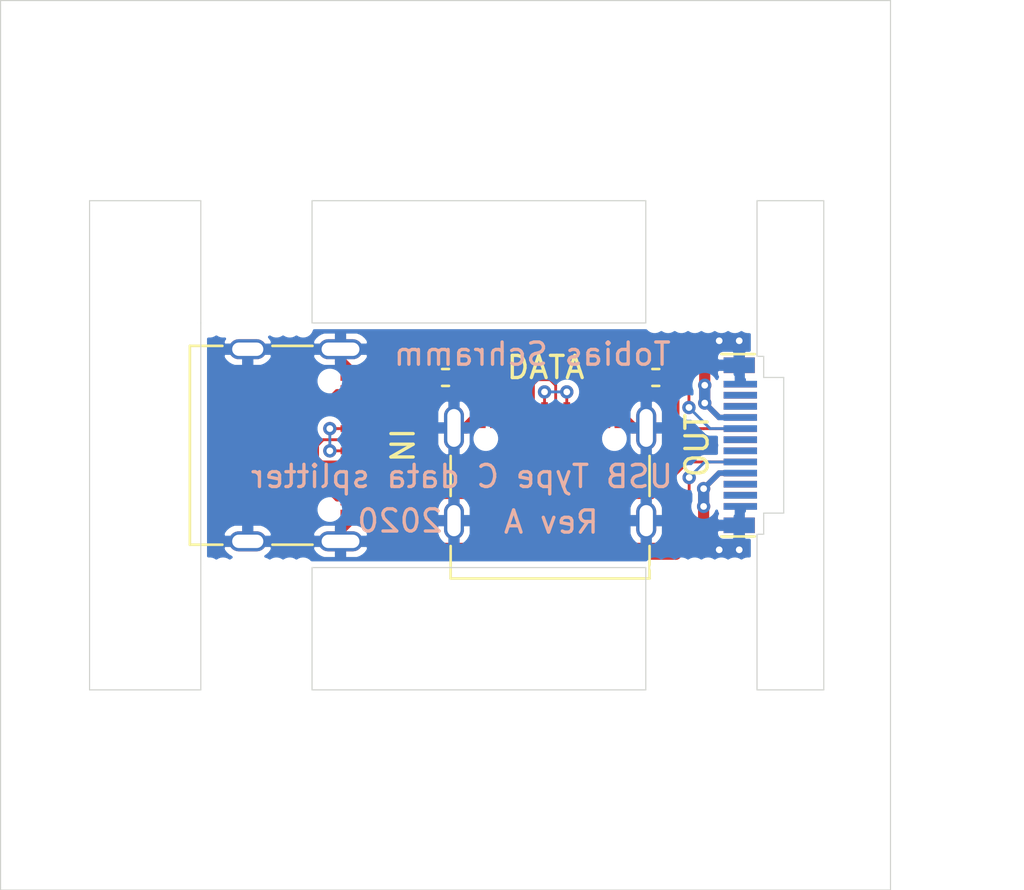
<source format=kicad_pcb>
(kicad_pcb (version 20171130) (host pcbnew 5.1.7)

  (general
    (thickness 0.8)
    (drawings 34)
    (tracks 128)
    (zones 0)
    (modules 37)
    (nets 24)
  )

  (page A4)
  (layers
    (0 F.Cu signal)
    (31 B.Cu signal)
    (32 B.Adhes user)
    (33 F.Adhes user)
    (34 B.Paste user)
    (35 F.Paste user)
    (36 B.SilkS user)
    (37 F.SilkS user)
    (38 B.Mask user)
    (39 F.Mask user)
    (40 Dwgs.User user)
    (41 Cmts.User user)
    (42 Eco1.User user)
    (43 Eco2.User user)
    (44 Edge.Cuts user)
    (45 Margin user)
    (46 B.CrtYd user)
    (47 F.CrtYd user)
    (48 B.Fab user)
    (49 F.Fab user)
  )

  (setup
    (last_trace_width 0.127)
    (user_trace_width 0.25)
    (user_trace_width 0.5)
    (user_trace_width 1)
    (trace_clearance 0.127)
    (zone_clearance 0.254)
    (zone_45_only no)
    (trace_min 0.127)
    (via_size 0.6)
    (via_drill 0.3)
    (via_min_size 0.6)
    (via_min_drill 0.3)
    (uvia_size 0.3)
    (uvia_drill 0.1)
    (uvias_allowed no)
    (uvia_min_size 0.2)
    (uvia_min_drill 0.1)
    (edge_width 0.05)
    (segment_width 0.2)
    (pcb_text_width 0.3)
    (pcb_text_size 1.5 1.5)
    (mod_edge_width 0.12)
    (mod_text_size 1 1)
    (mod_text_width 0.15)
    (pad_size 1.524 1.524)
    (pad_drill 0.762)
    (pad_to_mask_clearance 0)
    (aux_axis_origin 0 0)
    (visible_elements FFFFFF7F)
    (pcbplotparams
      (layerselection 0x010fc_ffffffff)
      (usegerberextensions true)
      (usegerberattributes true)
      (usegerberadvancedattributes true)
      (creategerberjobfile false)
      (excludeedgelayer true)
      (linewidth 0.100000)
      (plotframeref false)
      (viasonmask false)
      (mode 1)
      (useauxorigin false)
      (hpglpennumber 1)
      (hpglpenspeed 20)
      (hpglpendiameter 15.000000)
      (psnegative false)
      (psa4output false)
      (plotreference true)
      (plotvalue true)
      (plotinvisibletext false)
      (padsonsilk false)
      (subtractmaskfromsilk false)
      (outputformat 1)
      (mirror false)
      (drillshape 0)
      (scaleselection 1)
      (outputdirectory "fab"))
  )

  (net 0 "")
  (net 1 GND)
  (net 2 "Net-(J1-PadB5)")
  (net 3 "Net-(J1-PadA8)")
  (net 4 "Net-(J1-PadA5)")
  (net 5 "Net-(J1-PadB8)")
  (net 6 "Net-(J2-PadA4)")
  (net 7 "Net-(J2-PadB5)")
  (net 8 "Net-(J2-PadA8)")
  (net 9 "Net-(J2-PadA5)")
  (net 10 "Net-(J2-PadB8)")
  (net 11 "Net-(P1-PadB11)")
  (net 12 "Net-(P1-PadB10)")
  (net 13 "Net-(P1-PadB3)")
  (net 14 "Net-(P1-PadB2)")
  (net 15 "Net-(P1-PadA11)")
  (net 16 "Net-(P1-PadA10)")
  (net 17 "Net-(P1-PadA7)")
  (net 18 "Net-(P1-PadA6)")
  (net 19 "Net-(P1-PadA3)")
  (net 20 "Net-(P1-PadA2)")
  (net 21 VBUS)
  (net 22 /D+)
  (net 23 /D-)

  (net_class Default "This is the default net class."
    (clearance 0.127)
    (trace_width 0.127)
    (via_dia 0.6)
    (via_drill 0.3)
    (uvia_dia 0.3)
    (uvia_drill 0.1)
    (diff_pair_width 0.14)
    (diff_pair_gap 0.36)
    (add_net /D+)
    (add_net /D-)
    (add_net GND)
    (add_net "Net-(J1-PadA5)")
    (add_net "Net-(J1-PadA8)")
    (add_net "Net-(J1-PadB5)")
    (add_net "Net-(J1-PadB8)")
    (add_net "Net-(J2-PadA4)")
    (add_net "Net-(J2-PadA5)")
    (add_net "Net-(J2-PadA8)")
    (add_net "Net-(J2-PadB5)")
    (add_net "Net-(J2-PadB8)")
    (add_net "Net-(P1-PadA10)")
    (add_net "Net-(P1-PadA11)")
    (add_net "Net-(P1-PadA2)")
    (add_net "Net-(P1-PadA3)")
    (add_net "Net-(P1-PadA6)")
    (add_net "Net-(P1-PadA7)")
    (add_net "Net-(P1-PadB10)")
    (add_net "Net-(P1-PadB11)")
    (add_net "Net-(P1-PadB2)")
    (add_net "Net-(P1-PadB3)")
    (add_net VBUS)
  )

  (module Perforation:Perforation_0.4mm (layer F.Cu) (tedit 5F10F66C) (tstamp 5F7E817A)
    (at 149.4 104.5)
    (fp_text reference REF** (at 0 0.5) (layer F.SilkS) hide
      (effects (font (size 1 1) (thickness 0.15)))
    )
    (fp_text value Perforation_0.4mm (at 0 -0.5) (layer F.Fab) hide
      (effects (font (size 1 1) (thickness 0.15)))
    )
    (pad "" np_thru_hole circle (at 0 0) (size 0.4 0.4) (drill 0.4) (layers *.Cu *.Mask))
  )

  (module Perforation:Perforation_0.4mm (layer F.Cu) (tedit 5F10F66C) (tstamp 5F7E8176)
    (at 151.8 104.5)
    (fp_text reference REF** (at 0 0.5) (layer F.SilkS) hide
      (effects (font (size 1 1) (thickness 0.15)))
    )
    (fp_text value Perforation_0.4mm (at 0 -0.5) (layer F.Fab) hide
      (effects (font (size 1 1) (thickness 0.15)))
    )
    (pad "" np_thru_hole circle (at 0 0) (size 0.4 0.4) (drill 0.4) (layers *.Cu *.Mask))
  )

  (module Perforation:Perforation_0.4mm (layer F.Cu) (tedit 5F10F66C) (tstamp 5F7E8172)
    (at 150 104.5)
    (fp_text reference REF** (at 0 0.5) (layer F.SilkS) hide
      (effects (font (size 1 1) (thickness 0.15)))
    )
    (fp_text value Perforation_0.4mm (at 0 -0.5) (layer F.Fab) hide
      (effects (font (size 1 1) (thickness 0.15)))
    )
    (pad "" np_thru_hole circle (at 0 0) (size 0.4 0.4) (drill 0.4) (layers *.Cu *.Mask))
  )

  (module Perforation:Perforation_0.4mm (layer F.Cu) (tedit 5F10F66C) (tstamp 5F7E816E)
    (at 152.4 104.5)
    (fp_text reference REF** (at 0 0.5) (layer F.SilkS) hide
      (effects (font (size 1 1) (thickness 0.15)))
    )
    (fp_text value Perforation_0.4mm (at 0 -0.5) (layer F.Fab) hide
      (effects (font (size 1 1) (thickness 0.15)))
    )
    (pad "" np_thru_hole circle (at 0 0) (size 0.4 0.4) (drill 0.4) (layers *.Cu *.Mask))
  )

  (module Perforation:Perforation_0.4mm (layer F.Cu) (tedit 5F10F66C) (tstamp 5F7E816A)
    (at 153.6 104.5)
    (fp_text reference REF** (at 0 0.5) (layer F.SilkS) hide
      (effects (font (size 1 1) (thickness 0.15)))
    )
    (fp_text value Perforation_0.4mm (at 0 -0.5) (layer F.Fab) hide
      (effects (font (size 1 1) (thickness 0.15)))
    )
    (pad "" np_thru_hole circle (at 0 0) (size 0.4 0.4) (drill 0.4) (layers *.Cu *.Mask))
  )

  (module Perforation:Perforation_0.4mm (layer F.Cu) (tedit 5F10F66C) (tstamp 5F7E8166)
    (at 153 104.5)
    (fp_text reference REF** (at 0 0.5) (layer F.SilkS) hide
      (effects (font (size 1 1) (thickness 0.15)))
    )
    (fp_text value Perforation_0.4mm (at 0 -0.5) (layer F.Fab) hide
      (effects (font (size 1 1) (thickness 0.15)))
    )
    (pad "" np_thru_hole circle (at 0 0) (size 0.4 0.4) (drill 0.4) (layers *.Cu *.Mask))
  )

  (module Perforation:Perforation_0.4mm (layer F.Cu) (tedit 5F10F66C) (tstamp 5F7E8162)
    (at 150.6 104.5)
    (fp_text reference REF** (at 0 0.5) (layer F.SilkS) hide
      (effects (font (size 1 1) (thickness 0.15)))
    )
    (fp_text value Perforation_0.4mm (at 0 -0.5) (layer F.Fab) hide
      (effects (font (size 1 1) (thickness 0.15)))
    )
    (pad "" np_thru_hole circle (at 0 0) (size 0.4 0.4) (drill 0.4) (layers *.Cu *.Mask))
  )

  (module Perforation:Perforation_0.4mm (layer F.Cu) (tedit 5F10F66C) (tstamp 5F7E815E)
    (at 151.2 104.5)
    (fp_text reference REF** (at 0 0.5) (layer F.SilkS) hide
      (effects (font (size 1 1) (thickness 0.15)))
    )
    (fp_text value Perforation_0.4mm (at 0 -0.5) (layer F.Fab) hide
      (effects (font (size 1 1) (thickness 0.15)))
    )
    (pad "" np_thru_hole circle (at 0 0) (size 0.4 0.4) (drill 0.4) (layers *.Cu *.Mask))
  )

  (module Perforation:Perforation_0.4mm (layer F.Cu) (tedit 5F10F66C) (tstamp 5F7E817A)
    (at 129.4 104.7)
    (fp_text reference REF** (at 0 0.5) (layer F.SilkS) hide
      (effects (font (size 1 1) (thickness 0.15)))
    )
    (fp_text value Perforation_0.4mm (at 0 -0.5) (layer F.Fab) hide
      (effects (font (size 1 1) (thickness 0.15)))
    )
    (pad "" np_thru_hole circle (at 0 0) (size 0.4 0.4) (drill 0.4) (layers *.Cu *.Mask))
  )

  (module Perforation:Perforation_0.4mm (layer F.Cu) (tedit 5F10F66C) (tstamp 5F7E8176)
    (at 131.8 104.7)
    (fp_text reference REF** (at 0 0.5) (layer F.SilkS) hide
      (effects (font (size 1 1) (thickness 0.15)))
    )
    (fp_text value Perforation_0.4mm (at 0 -0.5) (layer F.Fab) hide
      (effects (font (size 1 1) (thickness 0.15)))
    )
    (pad "" np_thru_hole circle (at 0 0) (size 0.4 0.4) (drill 0.4) (layers *.Cu *.Mask))
  )

  (module Perforation:Perforation_0.4mm (layer F.Cu) (tedit 5F10F66C) (tstamp 5F7E8172)
    (at 130 104.7)
    (fp_text reference REF** (at 0 0.5) (layer F.SilkS) hide
      (effects (font (size 1 1) (thickness 0.15)))
    )
    (fp_text value Perforation_0.4mm (at 0 -0.5) (layer F.Fab) hide
      (effects (font (size 1 1) (thickness 0.15)))
    )
    (pad "" np_thru_hole circle (at 0 0) (size 0.4 0.4) (drill 0.4) (layers *.Cu *.Mask))
  )

  (module Perforation:Perforation_0.4mm (layer F.Cu) (tedit 5F10F66C) (tstamp 5F7E816E)
    (at 132.4 104.7)
    (fp_text reference REF** (at 0 0.5) (layer F.SilkS) hide
      (effects (font (size 1 1) (thickness 0.15)))
    )
    (fp_text value Perforation_0.4mm (at 0 -0.5) (layer F.Fab) hide
      (effects (font (size 1 1) (thickness 0.15)))
    )
    (pad "" np_thru_hole circle (at 0 0) (size 0.4 0.4) (drill 0.4) (layers *.Cu *.Mask))
  )

  (module Perforation:Perforation_0.4mm (layer F.Cu) (tedit 5F10F66C) (tstamp 5F7E816A)
    (at 133.6 104.7)
    (fp_text reference REF** (at 0 0.5) (layer F.SilkS) hide
      (effects (font (size 1 1) (thickness 0.15)))
    )
    (fp_text value Perforation_0.4mm (at 0 -0.5) (layer F.Fab) hide
      (effects (font (size 1 1) (thickness 0.15)))
    )
    (pad "" np_thru_hole circle (at 0 0) (size 0.4 0.4) (drill 0.4) (layers *.Cu *.Mask))
  )

  (module Perforation:Perforation_0.4mm (layer F.Cu) (tedit 5F10F66C) (tstamp 5F7E8166)
    (at 133 104.7)
    (fp_text reference REF** (at 0 0.5) (layer F.SilkS) hide
      (effects (font (size 1 1) (thickness 0.15)))
    )
    (fp_text value Perforation_0.4mm (at 0 -0.5) (layer F.Fab) hide
      (effects (font (size 1 1) (thickness 0.15)))
    )
    (pad "" np_thru_hole circle (at 0 0) (size 0.4 0.4) (drill 0.4) (layers *.Cu *.Mask))
  )

  (module Perforation:Perforation_0.4mm (layer F.Cu) (tedit 5F10F66C) (tstamp 5F7E8162)
    (at 130.6 104.7)
    (fp_text reference REF** (at 0 0.5) (layer F.SilkS) hide
      (effects (font (size 1 1) (thickness 0.15)))
    )
    (fp_text value Perforation_0.4mm (at 0 -0.5) (layer F.Fab) hide
      (effects (font (size 1 1) (thickness 0.15)))
    )
    (pad "" np_thru_hole circle (at 0 0) (size 0.4 0.4) (drill 0.4) (layers *.Cu *.Mask))
  )

  (module Perforation:Perforation_0.4mm (layer F.Cu) (tedit 5F10F66C) (tstamp 5F7E815E)
    (at 131.2 104.7)
    (fp_text reference REF** (at 0 0.5) (layer F.SilkS) hide
      (effects (font (size 1 1) (thickness 0.15)))
    )
    (fp_text value Perforation_0.4mm (at 0 -0.5) (layer F.Fab) hide
      (effects (font (size 1 1) (thickness 0.15)))
    )
    (pad "" np_thru_hole circle (at 0 0) (size 0.4 0.4) (drill 0.4) (layers *.Cu *.Mask))
  )

  (module Perforation:Perforation_0.4mm (layer F.Cu) (tedit 5F10F66C) (tstamp 5F7E817A)
    (at 129.4 115.5)
    (fp_text reference REF** (at 0 0.5) (layer F.SilkS) hide
      (effects (font (size 1 1) (thickness 0.15)))
    )
    (fp_text value Perforation_0.4mm (at 0 -0.5) (layer F.Fab) hide
      (effects (font (size 1 1) (thickness 0.15)))
    )
    (pad "" np_thru_hole circle (at 0 0) (size 0.4 0.4) (drill 0.4) (layers *.Cu *.Mask))
  )

  (module Perforation:Perforation_0.4mm (layer F.Cu) (tedit 5F10F66C) (tstamp 5F7E8176)
    (at 131.8 115.5)
    (fp_text reference REF** (at 0 0.5) (layer F.SilkS) hide
      (effects (font (size 1 1) (thickness 0.15)))
    )
    (fp_text value Perforation_0.4mm (at 0 -0.5) (layer F.Fab) hide
      (effects (font (size 1 1) (thickness 0.15)))
    )
    (pad "" np_thru_hole circle (at 0 0) (size 0.4 0.4) (drill 0.4) (layers *.Cu *.Mask))
  )

  (module Perforation:Perforation_0.4mm (layer F.Cu) (tedit 5F10F66C) (tstamp 5F7E8172)
    (at 130 115.5)
    (fp_text reference REF** (at 0 0.5) (layer F.SilkS) hide
      (effects (font (size 1 1) (thickness 0.15)))
    )
    (fp_text value Perforation_0.4mm (at 0 -0.5) (layer F.Fab) hide
      (effects (font (size 1 1) (thickness 0.15)))
    )
    (pad "" np_thru_hole circle (at 0 0) (size 0.4 0.4) (drill 0.4) (layers *.Cu *.Mask))
  )

  (module Perforation:Perforation_0.4mm (layer F.Cu) (tedit 5F10F66C) (tstamp 5F7E816E)
    (at 132.4 115.5)
    (fp_text reference REF** (at 0 0.5) (layer F.SilkS) hide
      (effects (font (size 1 1) (thickness 0.15)))
    )
    (fp_text value Perforation_0.4mm (at 0 -0.5) (layer F.Fab) hide
      (effects (font (size 1 1) (thickness 0.15)))
    )
    (pad "" np_thru_hole circle (at 0 0) (size 0.4 0.4) (drill 0.4) (layers *.Cu *.Mask))
  )

  (module Perforation:Perforation_0.4mm (layer F.Cu) (tedit 5F10F66C) (tstamp 5F7E816A)
    (at 133.6 115.5)
    (fp_text reference REF** (at 0 0.5) (layer F.SilkS) hide
      (effects (font (size 1 1) (thickness 0.15)))
    )
    (fp_text value Perforation_0.4mm (at 0 -0.5) (layer F.Fab) hide
      (effects (font (size 1 1) (thickness 0.15)))
    )
    (pad "" np_thru_hole circle (at 0 0) (size 0.4 0.4) (drill 0.4) (layers *.Cu *.Mask))
  )

  (module Perforation:Perforation_0.4mm (layer F.Cu) (tedit 5F10F66C) (tstamp 5F7E8166)
    (at 133 115.5)
    (fp_text reference REF** (at 0 0.5) (layer F.SilkS) hide
      (effects (font (size 1 1) (thickness 0.15)))
    )
    (fp_text value Perforation_0.4mm (at 0 -0.5) (layer F.Fab) hide
      (effects (font (size 1 1) (thickness 0.15)))
    )
    (pad "" np_thru_hole circle (at 0 0) (size 0.4 0.4) (drill 0.4) (layers *.Cu *.Mask))
  )

  (module Perforation:Perforation_0.4mm (layer F.Cu) (tedit 5F10F66C) (tstamp 5F7E8162)
    (at 130.6 115.5)
    (fp_text reference REF** (at 0 0.5) (layer F.SilkS) hide
      (effects (font (size 1 1) (thickness 0.15)))
    )
    (fp_text value Perforation_0.4mm (at 0 -0.5) (layer F.Fab) hide
      (effects (font (size 1 1) (thickness 0.15)))
    )
    (pad "" np_thru_hole circle (at 0 0) (size 0.4 0.4) (drill 0.4) (layers *.Cu *.Mask))
  )

  (module Perforation:Perforation_0.4mm (layer F.Cu) (tedit 5F10F66C) (tstamp 5F7E815E)
    (at 131.2 115.5)
    (fp_text reference REF** (at 0 0.5) (layer F.SilkS) hide
      (effects (font (size 1 1) (thickness 0.15)))
    )
    (fp_text value Perforation_0.4mm (at 0 -0.5) (layer F.Fab) hide
      (effects (font (size 1 1) (thickness 0.15)))
    )
    (pad "" np_thru_hole circle (at 0 0) (size 0.4 0.4) (drill 0.4) (layers *.Cu *.Mask))
  )

  (module Perforation:Perforation_0.4mm (layer F.Cu) (tedit 5F10F66C) (tstamp 5F7E80C9)
    (at 153.6 115.5)
    (fp_text reference REF** (at 0 0.5) (layer F.SilkS) hide
      (effects (font (size 1 1) (thickness 0.15)))
    )
    (fp_text value Perforation_0.4mm (at 0 -0.5) (layer F.Fab) hide
      (effects (font (size 1 1) (thickness 0.15)))
    )
    (pad "" np_thru_hole circle (at 0 0) (size 0.4 0.4) (drill 0.4) (layers *.Cu *.Mask))
  )

  (module Perforation:Perforation_0.4mm (layer F.Cu) (tedit 5F10F66C) (tstamp 5F7E80C9)
    (at 153 115.5)
    (fp_text reference REF** (at 0 0.5) (layer F.SilkS) hide
      (effects (font (size 1 1) (thickness 0.15)))
    )
    (fp_text value Perforation_0.4mm (at 0 -0.5) (layer F.Fab) hide
      (effects (font (size 1 1) (thickness 0.15)))
    )
    (pad "" np_thru_hole circle (at 0 0) (size 0.4 0.4) (drill 0.4) (layers *.Cu *.Mask))
  )

  (module Perforation:Perforation_0.4mm (layer F.Cu) (tedit 5F10F66C) (tstamp 5F7E80C9)
    (at 152.4 115.5)
    (fp_text reference REF** (at 0 0.5) (layer F.SilkS) hide
      (effects (font (size 1 1) (thickness 0.15)))
    )
    (fp_text value Perforation_0.4mm (at 0 -0.5) (layer F.Fab) hide
      (effects (font (size 1 1) (thickness 0.15)))
    )
    (pad "" np_thru_hole circle (at 0 0) (size 0.4 0.4) (drill 0.4) (layers *.Cu *.Mask))
  )

  (module Perforation:Perforation_0.4mm (layer F.Cu) (tedit 5F10F66C) (tstamp 5F7E80C9)
    (at 151.8 115.5)
    (fp_text reference REF** (at 0 0.5) (layer F.SilkS) hide
      (effects (font (size 1 1) (thickness 0.15)))
    )
    (fp_text value Perforation_0.4mm (at 0 -0.5) (layer F.Fab) hide
      (effects (font (size 1 1) (thickness 0.15)))
    )
    (pad "" np_thru_hole circle (at 0 0) (size 0.4 0.4) (drill 0.4) (layers *.Cu *.Mask))
  )

  (module Perforation:Perforation_0.4mm (layer F.Cu) (tedit 5F10F66C) (tstamp 5F7E80C9)
    (at 151.2 115.5)
    (fp_text reference REF** (at 0 0.5) (layer F.SilkS) hide
      (effects (font (size 1 1) (thickness 0.15)))
    )
    (fp_text value Perforation_0.4mm (at 0 -0.5) (layer F.Fab) hide
      (effects (font (size 1 1) (thickness 0.15)))
    )
    (pad "" np_thru_hole circle (at 0 0) (size 0.4 0.4) (drill 0.4) (layers *.Cu *.Mask))
  )

  (module Perforation:Perforation_0.4mm (layer F.Cu) (tedit 5F10F66C) (tstamp 5F7E80C9)
    (at 150.6 115.5)
    (fp_text reference REF** (at 0 0.5) (layer F.SilkS) hide
      (effects (font (size 1 1) (thickness 0.15)))
    )
    (fp_text value Perforation_0.4mm (at 0 -0.5) (layer F.Fab) hide
      (effects (font (size 1 1) (thickness 0.15)))
    )
    (pad "" np_thru_hole circle (at 0 0) (size 0.4 0.4) (drill 0.4) (layers *.Cu *.Mask))
  )

  (module Perforation:Perforation_0.4mm (layer F.Cu) (tedit 5F10F66C) (tstamp 5F7E80C9)
    (at 150 115.5)
    (fp_text reference REF** (at 0 0.5) (layer F.SilkS) hide
      (effects (font (size 1 1) (thickness 0.15)))
    )
    (fp_text value Perforation_0.4mm (at 0 -0.5) (layer F.Fab) hide
      (effects (font (size 1 1) (thickness 0.15)))
    )
    (pad "" np_thru_hole circle (at 0 0) (size 0.4 0.4) (drill 0.4) (layers *.Cu *.Mask))
  )

  (module Perforation:Perforation_0.4mm (layer F.Cu) (tedit 5F10F66C) (tstamp 5F7E80C6)
    (at 149.4 115.5)
    (fp_text reference REF** (at 0 0.5) (layer F.SilkS) hide
      (effects (font (size 1 1) (thickness 0.15)))
    )
    (fp_text value Perforation_0.4mm (at 0 -0.5) (layer F.Fab) hide
      (effects (font (size 1 1) (thickness 0.15)))
    )
    (pad "" np_thru_hole circle (at 0 0) (size 0.4 0.4) (drill 0.4) (layers *.Cu *.Mask))
  )

  (module Connector_USB_C_Plug:U261-24XN-4BS60 (layer F.Cu) (tedit 5F7E1BD3) (tstamp 5F7E6747)
    (at 154 110 90)
    (path /5F7E08A2)
    (fp_text reference P1 (at 0 -2.5 90) (layer F.SilkS) hide
      (effects (font (size 1 1) (thickness 0.15)))
    )
    (fp_text value USB_C_Plug (at 0 -0.5 90) (layer F.Fab)
      (effects (font (size 1 1) (thickness 0.15)))
    )
    (fp_text user "LCSC C319150" (at 0 0 90) (layer F.SilkS) hide
      (effects (font (size 1 1) (thickness 0.15)))
    )
    (fp_line (start 4.1 -1.6) (end 4.1 12) (layer F.CrtYd) (width 0.05))
    (fp_line (start -4.1 -1.6) (end 4.1 -1.6) (layer F.CrtYd) (width 0.05))
    (fp_line (start -4.1 -1.6) (end -4.1 12) (layer F.CrtYd) (width 0.05))
    (fp_line (start 4.1 12) (end -4.1 12) (layer F.CrtYd) (width 0.05))
    (fp_line (start -4.1 -0.1) (end -4.1 -1.6) (layer F.SilkS) (width 0.12))
    (fp_line (start 4.1 -0.1) (end 4.1 -1.6) (layer F.SilkS) (width 0.12))
    (fp_line (start -4.1 -1.6) (end 4.1 -1.6) (layer B.CrtYd) (width 0.05))
    (fp_line (start 4.1 12) (end -4.1 12) (layer B.CrtYd) (width 0.05))
    (fp_line (start 4.1 -1.6) (end 4.1 12) (layer B.CrtYd) (width 0.05))
    (fp_line (start -4.1 -1.6) (end -4.1 12) (layer B.CrtYd) (width 0.05))
    (fp_line (start 3.05 1.2) (end 3.05 0.3) (layer Edge.Cuts) (width 0.05))
    (fp_line (start -3.05 1.2) (end -3.05 0.3) (layer Edge.Cuts) (width 0.05))
    (fp_line (start 3.05 1.2) (end -3.05 1.2) (layer Edge.Cuts) (width 0.05))
    (fp_line (start 4 0.3) (end 4 0) (layer Edge.Cuts) (width 0.05))
    (fp_line (start 3.05 0.3) (end 4 0.3) (layer Edge.Cuts) (width 0.05))
    (fp_line (start -4 0.3) (end -4 0) (layer Edge.Cuts) (width 0.05))
    (fp_line (start -3.05 0.3) (end -4 0.3) (layer Edge.Cuts) (width 0.05))
    (pad B12 smd rect (at 2.75 -0.75 90) (size 0.3 1.5) (layers B.Cu B.Paste B.Mask)
      (net 1 GND))
    (pad B11 smd rect (at 2.25 -0.75 90) (size 0.3 1.5) (layers B.Cu B.Paste B.Mask)
      (net 11 "Net-(P1-PadB11)"))
    (pad B10 smd rect (at 1.75 -0.75 90) (size 0.3 1.5) (layers B.Cu B.Paste B.Mask)
      (net 12 "Net-(P1-PadB10)"))
    (pad B9 smd rect (at 1.25 -0.75 90) (size 0.3 1.5) (layers B.Cu B.Paste B.Mask)
      (net 21 VBUS))
    (pad B8 smd rect (at 0.75 -0.75 90) (size 0.3 1.5) (layers B.Cu B.Paste B.Mask)
      (net 5 "Net-(J1-PadB8)"))
    (pad B7 smd rect (at 0.25 -0.75 90) (size 0.3 1.5) (layers B.Cu B.Paste B.Mask))
    (pad B6 smd rect (at -0.25 -0.75 90) (size 0.3 1.5) (layers B.Cu B.Paste B.Mask))
    (pad B5 smd rect (at -0.75 -0.75 90) (size 0.3 1.5) (layers B.Cu B.Paste B.Mask)
      (net 2 "Net-(J1-PadB5)"))
    (pad B4 smd rect (at -1.25 -0.75 90) (size 0.3 1.5) (layers B.Cu B.Paste B.Mask)
      (net 21 VBUS))
    (pad B3 smd rect (at -1.75 -0.75 90) (size 0.3 1.5) (layers B.Cu B.Paste B.Mask)
      (net 13 "Net-(P1-PadB3)"))
    (pad B2 smd rect (at -2.25 -0.75 90) (size 0.3 1.5) (layers B.Cu B.Paste B.Mask)
      (net 14 "Net-(P1-PadB2)"))
    (pad B1 smd rect (at -2.75 -0.75 90) (size 0.3 1.5) (layers B.Cu B.Paste B.Mask)
      (net 1 GND))
    (pad S1 smd rect (at -3.6 -0.8 90) (size 0.7 1.4) (layers B.Cu B.Paste B.Mask)
      (net 1 GND))
    (pad S1 smd rect (at 3.6 -0.8 90) (size 0.7 1.4) (layers B.Cu B.Paste B.Mask)
      (net 1 GND))
    (pad S1 smd rect (at 3.6 -0.8 90) (size 0.7 1.4) (layers F.Cu F.Paste F.Mask)
      (net 1 GND))
    (pad A12 smd rect (at -2.75 -0.75 90) (size 0.3 1.5) (layers F.Cu F.Paste F.Mask)
      (net 1 GND))
    (pad A11 smd rect (at -2.25 -0.75 90) (size 0.3 1.5) (layers F.Cu F.Paste F.Mask)
      (net 15 "Net-(P1-PadA11)"))
    (pad A10 smd rect (at -1.75 -0.75 90) (size 0.3 1.5) (layers F.Cu F.Paste F.Mask)
      (net 16 "Net-(P1-PadA10)"))
    (pad A9 smd rect (at -1.25 -0.75 90) (size 0.3 1.5) (layers F.Cu F.Paste F.Mask)
      (net 21 VBUS))
    (pad A8 smd rect (at -0.75 -0.75 90) (size 0.3 1.5) (layers F.Cu F.Paste F.Mask)
      (net 3 "Net-(J1-PadA8)"))
    (pad A7 smd rect (at -0.25 -0.75 90) (size 0.3 1.5) (layers F.Cu F.Paste F.Mask)
      (net 17 "Net-(P1-PadA7)"))
    (pad A6 smd rect (at 0.25 -0.75 90) (size 0.3 1.5) (layers F.Cu F.Paste F.Mask)
      (net 18 "Net-(P1-PadA6)"))
    (pad A5 smd rect (at 0.75 -0.75 90) (size 0.3 1.5) (layers F.Cu F.Paste F.Mask)
      (net 4 "Net-(J1-PadA5)"))
    (pad A4 smd rect (at 1.25 -0.75 90) (size 0.3 1.5) (layers F.Cu F.Paste F.Mask)
      (net 21 VBUS))
    (pad A3 smd rect (at 1.75 -0.75 90) (size 0.3 1.5) (layers F.Cu F.Paste F.Mask)
      (net 19 "Net-(P1-PadA3)"))
    (pad A2 smd rect (at 2.25 -0.75 90) (size 0.3 1.5) (layers F.Cu F.Paste F.Mask)
      (net 20 "Net-(P1-PadA2)"))
    (pad S1 smd rect (at -3.6 -0.8 90) (size 0.7 1.4) (layers F.Cu F.Paste F.Mask)
      (net 1 GND))
    (pad A1 smd rect (at 2.75 -0.75 90) (size 0.3 1.5) (layers F.Cu F.Paste F.Mask)
      (net 1 GND))
  )

  (module Resistor_SMD:R_0402_1005Metric (layer F.Cu) (tedit 5F68FEEE) (tstamp 5F7E6769)
    (at 140 106.95)
    (descr "Resistor SMD 0402 (1005 Metric), square (rectangular) end terminal, IPC_7351 nominal, (Body size source: IPC-SM-782 page 72, https://www.pcb-3d.com/wordpress/wp-content/uploads/ipc-sm-782a_amendment_1_and_2.pdf), generated with kicad-footprint-generator")
    (tags resistor)
    (path /5F7EDFB7)
    (attr smd)
    (fp_text reference R2 (at 0 -1.17) (layer F.SilkS) hide
      (effects (font (size 1 1) (thickness 0.15)))
    )
    (fp_text value 5.1kR (at 0 1.17) (layer F.Fab)
      (effects (font (size 1 1) (thickness 0.15)))
    )
    (fp_text user %R (at 0 0) (layer F.Fab)
      (effects (font (size 0.26 0.26) (thickness 0.04)))
    )
    (fp_line (start -0.525 0.27) (end -0.525 -0.27) (layer F.Fab) (width 0.1))
    (fp_line (start -0.525 -0.27) (end 0.525 -0.27) (layer F.Fab) (width 0.1))
    (fp_line (start 0.525 -0.27) (end 0.525 0.27) (layer F.Fab) (width 0.1))
    (fp_line (start 0.525 0.27) (end -0.525 0.27) (layer F.Fab) (width 0.1))
    (fp_line (start -0.153641 -0.38) (end 0.153641 -0.38) (layer F.SilkS) (width 0.12))
    (fp_line (start -0.153641 0.38) (end 0.153641 0.38) (layer F.SilkS) (width 0.12))
    (fp_line (start -0.93 0.47) (end -0.93 -0.47) (layer F.CrtYd) (width 0.05))
    (fp_line (start -0.93 -0.47) (end 0.93 -0.47) (layer F.CrtYd) (width 0.05))
    (fp_line (start 0.93 -0.47) (end 0.93 0.47) (layer F.CrtYd) (width 0.05))
    (fp_line (start 0.93 0.47) (end -0.93 0.47) (layer F.CrtYd) (width 0.05))
    (pad 2 smd roundrect (at 0.51 0) (size 0.54 0.64) (layers F.Cu F.Paste F.Mask) (roundrect_rratio 0.25)
      (net 9 "Net-(J2-PadA5)"))
    (pad 1 smd roundrect (at -0.51 0) (size 0.54 0.64) (layers F.Cu F.Paste F.Mask) (roundrect_rratio 0.25)
      (net 1 GND))
    (model ${KISYS3DMOD}/Resistor_SMD.3dshapes/R_0402_1005Metric.wrl
      (at (xyz 0 0 0))
      (scale (xyz 1 1 1))
      (rotate (xyz 0 0 0))
    )
  )

  (module Resistor_SMD:R_0402_1005Metric (layer F.Cu) (tedit 5F68FEEE) (tstamp 5F7E6758)
    (at 149.45 106.95)
    (descr "Resistor SMD 0402 (1005 Metric), square (rectangular) end terminal, IPC_7351 nominal, (Body size source: IPC-SM-782 page 72, https://www.pcb-3d.com/wordpress/wp-content/uploads/ipc-sm-782a_amendment_1_and_2.pdf), generated with kicad-footprint-generator")
    (tags resistor)
    (path /5F7ED8C4)
    (attr smd)
    (fp_text reference R1 (at 0 -1.17) (layer F.SilkS) hide
      (effects (font (size 1 1) (thickness 0.15)))
    )
    (fp_text value 5.1kR (at 0 1.17) (layer F.Fab)
      (effects (font (size 1 1) (thickness 0.15)))
    )
    (fp_text user %R (at 0 0) (layer F.Fab)
      (effects (font (size 0.26 0.26) (thickness 0.04)))
    )
    (fp_line (start -0.525 0.27) (end -0.525 -0.27) (layer F.Fab) (width 0.1))
    (fp_line (start -0.525 -0.27) (end 0.525 -0.27) (layer F.Fab) (width 0.1))
    (fp_line (start 0.525 -0.27) (end 0.525 0.27) (layer F.Fab) (width 0.1))
    (fp_line (start 0.525 0.27) (end -0.525 0.27) (layer F.Fab) (width 0.1))
    (fp_line (start -0.153641 -0.38) (end 0.153641 -0.38) (layer F.SilkS) (width 0.12))
    (fp_line (start -0.153641 0.38) (end 0.153641 0.38) (layer F.SilkS) (width 0.12))
    (fp_line (start -0.93 0.47) (end -0.93 -0.47) (layer F.CrtYd) (width 0.05))
    (fp_line (start -0.93 -0.47) (end 0.93 -0.47) (layer F.CrtYd) (width 0.05))
    (fp_line (start 0.93 -0.47) (end 0.93 0.47) (layer F.CrtYd) (width 0.05))
    (fp_line (start 0.93 0.47) (end -0.93 0.47) (layer F.CrtYd) (width 0.05))
    (pad 2 smd roundrect (at 0.51 0) (size 0.54 0.64) (layers F.Cu F.Paste F.Mask) (roundrect_rratio 0.25)
      (net 1 GND))
    (pad 1 smd roundrect (at -0.51 0) (size 0.54 0.64) (layers F.Cu F.Paste F.Mask) (roundrect_rratio 0.25)
      (net 7 "Net-(J2-PadB5)"))
    (model ${KISYS3DMOD}/Resistor_SMD.3dshapes/R_0402_1005Metric.wrl
      (at (xyz 0 0 0))
      (scale (xyz 1 1 1))
      (rotate (xyz 0 0 0))
    )
  )

  (module Connector_USB:USB_C_Receptacle_Palconn_UTC16-G (layer F.Cu) (tedit 5CF432E0) (tstamp 5F7E671A)
    (at 144.7 111.15)
    (descr http://www.palpilot.com/wp-content/uploads/2017/05/UTC027-GKN-OR-Rev-A.pdf)
    (tags "USB C Type-C Receptacle USB2.0")
    (path /5F7E1D0E)
    (attr smd)
    (fp_text reference J2 (at 0 -4.58) (layer F.SilkS) hide
      (effects (font (size 1 1) (thickness 0.15)))
    )
    (fp_text value USB_C_Receptacle_USB2.0 (at 0 6.24) (layer F.Fab)
      (effects (font (size 1 1) (thickness 0.15)))
    )
    (fp_text user "PCB Edge" (at 0 3.43) (layer Dwgs.User)
      (effects (font (size 1 1) (thickness 0.15)))
    )
    (fp_text user %R (at 0 1.18) (layer F.Fab)
      (effects (font (size 1 1) (thickness 0.15)))
    )
    (fp_line (start 4.47 4.84) (end -4.47 4.84) (layer F.SilkS) (width 0.12))
    (fp_line (start 4.47 -0.67) (end 4.47 1.13) (layer F.SilkS) (width 0.12))
    (fp_line (start 4.47 4.84) (end 4.47 3.38) (layer F.SilkS) (width 0.12))
    (fp_line (start -4.47 4.84) (end -4.47 3.38) (layer F.SilkS) (width 0.12))
    (fp_line (start -4.47 -0.67) (end -4.47 1.13) (layer F.SilkS) (width 0.12))
    (fp_line (start -4.47 4.34) (end 4.47 4.34) (layer Dwgs.User) (width 0.1))
    (fp_line (start 5.27 5.34) (end 5.27 -3.59) (layer F.CrtYd) (width 0.05))
    (fp_line (start 5.27 -3.59) (end -5.27 -3.59) (layer F.CrtYd) (width 0.05))
    (fp_line (start -5.27 -3.59) (end -5.27 5.34) (layer F.CrtYd) (width 0.05))
    (fp_line (start -5.27 5.34) (end 5.27 5.34) (layer F.CrtYd) (width 0.05))
    (fp_line (start -4.47 -2.48) (end -4.47 4.84) (layer F.Fab) (width 0.1))
    (fp_line (start 4.47 4.84) (end -4.47 4.84) (layer F.Fab) (width 0.1))
    (fp_line (start 4.47 -2.48) (end 4.47 4.84) (layer F.Fab) (width 0.1))
    (fp_line (start -4.47 -2.48) (end 4.47 -2.48) (layer F.Fab) (width 0.1))
    (pad A12 smd rect (at 3.2 -2.51) (size 0.6 1.16) (layers F.Cu F.Paste F.Mask)
      (net 1 GND))
    (pad A9 smd rect (at 2.4 -2.51) (size 0.6 1.16) (layers F.Cu F.Paste F.Mask)
      (net 6 "Net-(J2-PadA4)"))
    (pad B1 smd rect (at 3.2 -2.51) (size 0.6 1.16) (layers F.Cu F.Paste F.Mask)
      (net 1 GND))
    (pad B4 smd rect (at 2.4 -2.51) (size 0.6 1.16) (layers F.Cu F.Paste F.Mask)
      (net 6 "Net-(J2-PadA4)"))
    (pad B12 smd rect (at -3.2 -2.51) (size 0.6 1.16) (layers F.Cu F.Paste F.Mask)
      (net 1 GND))
    (pad A1 smd rect (at -3.2 -2.51) (size 0.6 1.16) (layers F.Cu F.Paste F.Mask)
      (net 1 GND))
    (pad B9 smd rect (at -2.4 -2.51) (size 0.6 1.16) (layers F.Cu F.Paste F.Mask)
      (net 6 "Net-(J2-PadA4)"))
    (pad A4 smd rect (at -2.4 -2.51) (size 0.6 1.16) (layers F.Cu F.Paste F.Mask)
      (net 6 "Net-(J2-PadA4)"))
    (pad "" np_thru_hole circle (at -2.89 -1.45 180) (size 0.6 0.6) (drill 0.6) (layers *.Cu *.Mask))
    (pad "" np_thru_hole circle (at 2.89 -1.45 180) (size 0.6 0.6) (drill 0.6) (layers *.Cu *.Mask))
    (pad B5 smd rect (at 1.75 -2.51 180) (size 0.3 1.16) (layers F.Cu F.Paste F.Mask)
      (net 7 "Net-(J2-PadB5)"))
    (pad B6 smd rect (at 0.75 -2.51 180) (size 0.3 1.16) (layers F.Cu F.Paste F.Mask)
      (net 22 /D+))
    (pad A8 smd rect (at 1.25 -2.51 180) (size 0.3 1.16) (layers F.Cu F.Paste F.Mask)
      (net 8 "Net-(J2-PadA8)"))
    (pad A5 smd rect (at -1.25 -2.51 180) (size 0.3 1.16) (layers F.Cu F.Paste F.Mask)
      (net 9 "Net-(J2-PadA5)"))
    (pad B8 smd rect (at -1.75 -2.51 180) (size 0.3 1.16) (layers F.Cu F.Paste F.Mask)
      (net 10 "Net-(J2-PadB8)"))
    (pad A7 smd rect (at 0.25 -2.51 180) (size 0.3 1.16) (layers F.Cu F.Paste F.Mask)
      (net 23 /D-))
    (pad A6 smd rect (at -0.25 -2.51 180) (size 0.3 1.16) (layers F.Cu F.Paste F.Mask)
      (net 22 /D+))
    (pad B7 smd rect (at -0.75 -2.51 180) (size 0.3 1.16) (layers F.Cu F.Paste F.Mask)
      (net 23 /D-))
    (pad S1 thru_hole oval (at 4.32 2.24 90) (size 1.7 0.9) (drill oval 1.4 0.6) (layers *.Cu *.Mask)
      (net 1 GND))
    (pad S1 thru_hole oval (at -4.32 2.24 90) (size 1.7 0.9) (drill oval 1.4 0.6) (layers *.Cu *.Mask)
      (net 1 GND))
    (pad S1 thru_hole oval (at 4.32 -1.93 90) (size 2 0.9) (drill oval 1.7 0.6) (layers *.Cu *.Mask)
      (net 1 GND))
    (pad S1 thru_hole oval (at -4.32 -1.93 90) (size 2 0.9) (drill oval 1.7 0.6) (layers *.Cu *.Mask)
      (net 1 GND))
    (model ${KISYS3DMOD}/Connector_USB.3dshapes/USB_C_Receptacle_Palconn_UTC16-G.wrl
      (at (xyz 0 0 0))
      (scale (xyz 1 1 1))
      (rotate (xyz 0 0 0))
    )
  )

  (module Connector_USB:USB_C_Receptacle_Palconn_UTC16-G (layer F.Cu) (tedit 5CF432E0) (tstamp 5F7E66F0)
    (at 133.35 110 270)
    (descr http://www.palpilot.com/wp-content/uploads/2017/05/UTC027-GKN-OR-Rev-A.pdf)
    (tags "USB C Type-C Receptacle USB2.0")
    (path /5F7DFD74)
    (attr smd)
    (fp_text reference J1 (at 0 -4.58 90) (layer F.SilkS) hide
      (effects (font (size 1 1) (thickness 0.15)))
    )
    (fp_text value USB_C_Receptacle_USB2.0 (at 0 6.24 90) (layer F.Fab)
      (effects (font (size 1 1) (thickness 0.15)))
    )
    (fp_text user "PCB Edge" (at 0 3.43 90) (layer Dwgs.User)
      (effects (font (size 1 1) (thickness 0.15)))
    )
    (fp_text user %R (at 0 1.18 90) (layer F.Fab)
      (effects (font (size 1 1) (thickness 0.15)))
    )
    (fp_line (start 4.47 4.84) (end -4.47 4.84) (layer F.SilkS) (width 0.12))
    (fp_line (start 4.47 -0.67) (end 4.47 1.13) (layer F.SilkS) (width 0.12))
    (fp_line (start 4.47 4.84) (end 4.47 3.38) (layer F.SilkS) (width 0.12))
    (fp_line (start -4.47 4.84) (end -4.47 3.38) (layer F.SilkS) (width 0.12))
    (fp_line (start -4.47 -0.67) (end -4.47 1.13) (layer F.SilkS) (width 0.12))
    (fp_line (start -4.47 4.34) (end 4.47 4.34) (layer Dwgs.User) (width 0.1))
    (fp_line (start 5.27 5.34) (end 5.27 -3.59) (layer F.CrtYd) (width 0.05))
    (fp_line (start 5.27 -3.59) (end -5.27 -3.59) (layer F.CrtYd) (width 0.05))
    (fp_line (start -5.27 -3.59) (end -5.27 5.34) (layer F.CrtYd) (width 0.05))
    (fp_line (start -5.27 5.34) (end 5.27 5.34) (layer F.CrtYd) (width 0.05))
    (fp_line (start -4.47 -2.48) (end -4.47 4.84) (layer F.Fab) (width 0.1))
    (fp_line (start 4.47 4.84) (end -4.47 4.84) (layer F.Fab) (width 0.1))
    (fp_line (start 4.47 -2.48) (end 4.47 4.84) (layer F.Fab) (width 0.1))
    (fp_line (start -4.47 -2.48) (end 4.47 -2.48) (layer F.Fab) (width 0.1))
    (pad A12 smd rect (at 3.2 -2.51 270) (size 0.6 1.16) (layers F.Cu F.Paste F.Mask)
      (net 1 GND))
    (pad A9 smd rect (at 2.4 -2.51 270) (size 0.6 1.16) (layers F.Cu F.Paste F.Mask)
      (net 21 VBUS))
    (pad B1 smd rect (at 3.2 -2.51 270) (size 0.6 1.16) (layers F.Cu F.Paste F.Mask)
      (net 1 GND))
    (pad B4 smd rect (at 2.4 -2.51 270) (size 0.6 1.16) (layers F.Cu F.Paste F.Mask)
      (net 21 VBUS))
    (pad B12 smd rect (at -3.2 -2.51 270) (size 0.6 1.16) (layers F.Cu F.Paste F.Mask)
      (net 1 GND))
    (pad A1 smd rect (at -3.2 -2.51 270) (size 0.6 1.16) (layers F.Cu F.Paste F.Mask)
      (net 1 GND))
    (pad B9 smd rect (at -2.4 -2.51 270) (size 0.6 1.16) (layers F.Cu F.Paste F.Mask)
      (net 21 VBUS))
    (pad A4 smd rect (at -2.4 -2.51 270) (size 0.6 1.16) (layers F.Cu F.Paste F.Mask)
      (net 21 VBUS))
    (pad "" np_thru_hole circle (at -2.89 -1.45 90) (size 0.6 0.6) (drill 0.6) (layers *.Cu *.Mask))
    (pad "" np_thru_hole circle (at 2.89 -1.45 90) (size 0.6 0.6) (drill 0.6) (layers *.Cu *.Mask))
    (pad B5 smd rect (at 1.75 -2.51 90) (size 0.3 1.16) (layers F.Cu F.Paste F.Mask)
      (net 2 "Net-(J1-PadB5)"))
    (pad B6 smd rect (at 0.75 -2.51 90) (size 0.3 1.16) (layers F.Cu F.Paste F.Mask)
      (net 22 /D+))
    (pad A8 smd rect (at 1.25 -2.51 90) (size 0.3 1.16) (layers F.Cu F.Paste F.Mask)
      (net 3 "Net-(J1-PadA8)"))
    (pad A5 smd rect (at -1.25 -2.51 90) (size 0.3 1.16) (layers F.Cu F.Paste F.Mask)
      (net 4 "Net-(J1-PadA5)"))
    (pad B8 smd rect (at -1.75 -2.51 90) (size 0.3 1.16) (layers F.Cu F.Paste F.Mask)
      (net 5 "Net-(J1-PadB8)"))
    (pad A7 smd rect (at 0.25 -2.51 90) (size 0.3 1.16) (layers F.Cu F.Paste F.Mask)
      (net 23 /D-))
    (pad A6 smd rect (at -0.25 -2.51 90) (size 0.3 1.16) (layers F.Cu F.Paste F.Mask)
      (net 22 /D+))
    (pad B7 smd rect (at -0.75 -2.51 90) (size 0.3 1.16) (layers F.Cu F.Paste F.Mask)
      (net 23 /D-))
    (pad S1 thru_hole oval (at 4.32 2.24) (size 1.7 0.9) (drill oval 1.4 0.6) (layers *.Cu *.Mask)
      (net 1 GND))
    (pad S1 thru_hole oval (at -4.32 2.24) (size 1.7 0.9) (drill oval 1.4 0.6) (layers *.Cu *.Mask)
      (net 1 GND))
    (pad S1 thru_hole oval (at 4.32 -1.93) (size 2 0.9) (drill oval 1.7 0.6) (layers *.Cu *.Mask)
      (net 1 GND))
    (pad S1 thru_hole oval (at -4.32 -1.93) (size 2 0.9) (drill oval 1.7 0.6) (layers *.Cu *.Mask)
      (net 1 GND))
    (model ${KISYS3DMOD}/Connector_USB.3dshapes/USB_C_Receptacle_Palconn_UTC16-G.wrl
      (at (xyz 0 0 0))
      (scale (xyz 1 1 1))
      (rotate (xyz 0 0 0))
    )
  )

  (gr_line (start 129 99) (end 124 99) (layer Edge.Cuts) (width 0.05) (tstamp 5F7E7E3D))
  (gr_line (start 154 99) (end 157 99) (layer Edge.Cuts) (width 0.05))
  (gr_line (start 134 99) (end 149 99) (layer Edge.Cuts) (width 0.05) (tstamp 5F7E7E0E))
  (gr_line (start 129 104.5) (end 129 99) (layer Edge.Cuts) (width 0.05) (tstamp 5F7E7E0D))
  (gr_line (start 149 104.5) (end 134 104.5) (layer Edge.Cuts) (width 0.05) (tstamp 5F7E7E0C))
  (gr_line (start 149 104.5) (end 149 99) (layer Edge.Cuts) (width 0.05) (tstamp 5F7E7E0A))
  (gr_line (start 134 104.5) (end 134 99) (layer Edge.Cuts) (width 0.05) (tstamp 5F7E7E09))
  (gr_line (start 149 121) (end 134 121) (layer Edge.Cuts) (width 0.05) (tstamp 5F7E7DFB))
  (gr_line (start 149 115.5) (end 149 121) (layer Edge.Cuts) (width 0.05))
  (gr_line (start 154 121) (end 157 121) (layer Edge.Cuts) (width 0.05) (tstamp 5F7E7DF9))
  (gr_line (start 154 115.5) (end 154 121) (layer Edge.Cuts) (width 0.05))
  (gr_line (start 134 115.5) (end 134 121) (layer Edge.Cuts) (width 0.05))
  (gr_line (start 129 121) (end 124 121) (layer Edge.Cuts) (width 0.05))
  (gr_line (start 157 99) (end 157 121) (layer Edge.Cuts) (width 0.05))
  (gr_line (start 124 121) (end 124 99) (layer Edge.Cuts) (width 0.05))
  (gr_line (start 160 90) (end 120 90) (layer Edge.Cuts) (width 0.05) (tstamp 5F7E7DE5))
  (gr_line (start 160 130) (end 160 90) (layer Edge.Cuts) (width 0.05))
  (gr_line (start 120 130) (end 160 130) (layer Edge.Cuts) (width 0.05))
  (gr_line (start 120 90) (end 120 130) (layer Edge.Cuts) (width 0.05))
  (gr_text "Tobias Schramm" (at 143.9 105.9) (layer B.SilkS)
    (effects (font (size 1 1) (thickness 0.15)) (justify mirror))
  )
  (gr_text 2020 (at 137.95 113.4) (layer B.SilkS)
    (effects (font (size 1 1) (thickness 0.15)) (justify mirror))
  )
  (gr_text "Rev A" (at 144.75 113.45) (layer B.SilkS)
    (effects (font (size 1 1) (thickness 0.15)) (justify mirror))
  )
  (gr_text "USB Type C data splitter " (at 140.35 111.4) (layer B.SilkS)
    (effects (font (size 1 1) (thickness 0.15)) (justify mirror))
  )
  (gr_line (start 150.95 107.65) (end 150.95 113.35) (layer Dwgs.User) (width 0.01))
  (gr_line (start 151.9 109.25) (end 151.9 111.8) (layer Dwgs.User) (width 0.01))
  (gr_line (start 150.45 108.6) (end 150.45 111.75) (layer Dwgs.User) (width 0.01))
  (gr_line (start 150.9 109.25) (end 150.9 112.85) (layer Dwgs.User) (width 0.01))
  (gr_text DATA (at 144.5 106.5) (layer F.SilkS)
    (effects (font (size 1 1) (thickness 0.15)))
  )
  (gr_text IN (at 138 110 270) (layer F.SilkS)
    (effects (font (size 1 1) (thickness 0.15)))
  )
  (gr_text OUT (at 151.3 110 90) (layer F.SilkS)
    (effects (font (size 1 1) (thickness 0.15)))
  )
  (gr_line (start 154 114) (end 154 115.5) (layer Edge.Cuts) (width 0.05) (tstamp 5F7E6DE2))
  (gr_line (start 154 106) (end 154 99) (layer Edge.Cuts) (width 0.05) (tstamp 5F7E6DE1))
  (gr_line (start 134 115.5) (end 149 115.5) (layer Edge.Cuts) (width 0.05))
  (gr_line (start 129 104.5) (end 129 121) (layer Edge.Cuts) (width 0.05))

  (segment (start 149.02 109.22) (end 149.02 107.88) (width 0.127) (layer F.Cu) (net 1))
  (segment (start 149.02 107.88) (end 149.95 106.95) (width 0.127) (layer F.Cu) (net 1))
  (segment (start 140.38 109.22) (end 140.38 107.83) (width 0.127) (layer F.Cu) (net 1))
  (segment (start 140.38 107.83) (end 139.5 106.95) (width 0.127) (layer F.Cu) (net 1))
  (segment (start 149.02 109.22) (end 148.42 109.22) (width 0.5) (layer F.Cu) (net 1))
  (segment (start 148.42 109.22) (end 147.85 108.65) (width 0.5) (layer F.Cu) (net 1))
  (segment (start 140.38 109.22) (end 140.93 109.22) (width 0.5) (layer F.Cu) (net 1))
  (segment (start 140.93 109.22) (end 141.5 108.65) (width 0.5) (layer F.Cu) (net 1))
  (segment (start 135.28 114.32) (end 135.28 113.77) (width 0.5) (layer F.Cu) (net 1))
  (segment (start 135.28 113.77) (end 135.85 113.2) (width 0.5) (layer F.Cu) (net 1))
  (segment (start 135.28 105.68) (end 135.28 106.23) (width 0.5) (layer F.Cu) (net 1))
  (segment (start 135.28 106.23) (end 135.85 106.8) (width 0.5) (layer F.Cu) (net 1))
  (via (at 153.2 105.3) (size 0.6) (drill 0.3) (layers F.Cu B.Cu) (net 1))
  (segment (start 153.2 106.4) (end 153.2 105.3) (width 0.5) (layer F.Cu) (net 1))
  (via (at 153.2 114.7) (size 0.6) (drill 0.3) (layers F.Cu B.Cu) (net 1))
  (segment (start 153.2 113.6) (end 153.2 114.7) (width 0.5) (layer F.Cu) (net 1))
  (segment (start 153.25 112.75) (end 153.25 113.6) (width 0.25) (layer F.Cu) (net 1))
  (segment (start 153.25 107.25) (end 153.25 106.35) (width 0.25) (layer F.Cu) (net 1))
  (via (at 152.3 105.3) (size 0.6) (drill 0.3) (layers F.Cu B.Cu) (net 1))
  (segment (start 153.2 105.3) (end 152.3 105.3) (width 0.5) (layer F.Cu) (net 1))
  (via (at 152.3 114.7) (size 0.6) (drill 0.3) (layers F.Cu B.Cu) (net 1))
  (segment (start 153.2 114.7) (end 152.3 114.7) (width 0.5) (layer F.Cu) (net 1))
  (segment (start 153.25 110.75) (end 151.9 110.75) (width 0.127) (layer B.Cu) (net 2))
  (segment (start 150.95 111.7) (end 150.95 111.7) (width 0.127) (layer B.Cu) (net 2) (tstamp 5F7E7BD0))
  (segment (start 139.5 114.45) (end 136.8 111.75) (width 0.127) (layer F.Cu) (net 2))
  (segment (start 136.8 111.75) (end 135.86 111.75) (width 0.127) (layer F.Cu) (net 2))
  (segment (start 150.95 113) (end 149.5 114.45) (width 0.127) (layer F.Cu) (net 2))
  (segment (start 149.5 114.45) (end 139.5 114.45) (width 0.127) (layer F.Cu) (net 2))
  (segment (start 150.95 111.7) (end 150.95 113) (width 0.127) (layer F.Cu) (net 2))
  (via (at 150.95 111.45) (size 0.6) (drill 0.3) (layers F.Cu B.Cu) (net 2))
  (segment (start 150.95 111.7) (end 150.95 111.45) (width 0.127) (layer F.Cu) (net 2))
  (segment (start 151.65 110.75) (end 151.9 110.75) (width 0.127) (layer B.Cu) (net 2))
  (segment (start 150.95 111.45) (end 151.65 110.75) (width 0.127) (layer B.Cu) (net 2))
  (segment (start 137.05 111.25) (end 135.86 111.25) (width 0.127) (layer F.Cu) (net 3))
  (segment (start 138.14949 112.34949) (end 137.05 111.25) (width 0.127) (layer F.Cu) (net 3))
  (segment (start 150.9 110.75) (end 150.45 111.2) (width 0.127) (layer F.Cu) (net 3))
  (segment (start 153.25 110.75) (end 150.9 110.75) (width 0.127) (layer F.Cu) (net 3))
  (segment (start 150.9 110.75) (end 149.30051 112.34949) (width 0.127) (layer F.Cu) (net 3))
  (segment (start 149.30051 112.34949) (end 138.14949 112.34949) (width 0.127) (layer F.Cu) (net 3))
  (segment (start 135.86 108.75) (end 136.75 108.75) (width 0.127) (layer F.Cu) (net 4))
  (segment (start 136.75 108.75) (end 139.35 106.15) (width 0.127) (layer F.Cu) (net 4))
  (segment (start 151.6 109.25) (end 153.3 109.25) (width 0.127) (layer F.Cu) (net 4))
  (segment (start 139.35 106.15) (end 149.15 106.15) (width 0.127) (layer F.Cu) (net 4))
  (segment (start 149.15 106.15) (end 149.940342 106.15) (width 0.127) (layer F.Cu) (net 4))
  (segment (start 149.940342 106.15) (end 150.45 106.659658) (width 0.127) (layer F.Cu) (net 4))
  (segment (start 150.45 106.659658) (end 150.45 108.8) (width 0.127) (layer F.Cu) (net 4))
  (segment (start 150.9 109.25) (end 151.6 109.25) (width 0.127) (layer F.Cu) (net 4))
  (segment (start 150.45 108.8) (end 150.9 109.25) (width 0.127) (layer F.Cu) (net 4))
  (segment (start 153.25 109.25) (end 152.15 109.25) (width 0.127) (layer B.Cu) (net 5))
  (via (at 150.9405 108.3) (size 0.6) (drill 0.3) (layers F.Cu B.Cu) (net 5))
  (segment (start 151.8905 109.25) (end 150.9405 108.3) (width 0.127) (layer B.Cu) (net 5))
  (segment (start 152.15 109.25) (end 151.8905 109.25) (width 0.127) (layer B.Cu) (net 5))
  (segment (start 150.9405 108.3) (end 150.9405 106.790934) (width 0.127) (layer F.Cu) (net 5))
  (segment (start 150.045556 105.89599) (end 150.049783 105.900217) (width 0.127) (layer F.Cu) (net 5))
  (segment (start 139.244786 105.89599) (end 150.045556 105.89599) (width 0.127) (layer F.Cu) (net 5))
  (segment (start 136.890776 108.25) (end 139.244786 105.89599) (width 0.127) (layer F.Cu) (net 5))
  (segment (start 135.86 108.25) (end 136.890776 108.25) (width 0.127) (layer F.Cu) (net 5))
  (segment (start 150.9405 106.790934) (end 150.049783 105.900217) (width 0.127) (layer F.Cu) (net 5))
  (segment (start 148.94 106.95) (end 147.4 106.95) (width 0.127) (layer F.Cu) (net 7))
  (segment (start 147.4 106.95) (end 146.45 107.9) (width 0.127) (layer F.Cu) (net 7))
  (segment (start 146.45 107.9) (end 146.45 108.75) (width 0.127) (layer F.Cu) (net 7))
  (segment (start 143.45 107.933) (end 142.467 106.95) (width 0.127) (layer F.Cu) (net 9))
  (segment (start 143.45 108.64) (end 143.45 107.933) (width 0.127) (layer F.Cu) (net 9))
  (segment (start 142.467 106.95) (end 140.5 106.95) (width 0.127) (layer F.Cu) (net 9))
  (segment (start 135.126962 107.6) (end 135.86 107.6) (width 0.25) (layer F.Cu) (net 21))
  (segment (start 133.5 109.226962) (end 135.126962 107.6) (width 0.25) (layer F.Cu) (net 21))
  (segment (start 135.126962 112.4) (end 133.5 110.773038) (width 0.25) (layer F.Cu) (net 21))
  (segment (start 133.5 110.773038) (end 133.5 109.226962) (width 0.25) (layer F.Cu) (net 21))
  (segment (start 135.86 112.4) (end 135.126962 112.4) (width 0.25) (layer F.Cu) (net 21))
  (segment (start 136.618602 107.6) (end 138.968602 105.25) (width 0.5) (layer F.Cu) (net 21))
  (segment (start 135.86 107.6) (end 136.618602 107.6) (width 0.5) (layer F.Cu) (net 21))
  (segment (start 138.968602 105.25) (end 150.35 105.25) (width 0.5) (layer F.Cu) (net 21))
  (segment (start 150.35 105.25) (end 151.65 106.55) (width 0.5) (layer F.Cu) (net 21))
  (via (at 151.65 108.1) (size 0.6) (drill 0.3) (layers F.Cu B.Cu) (net 21))
  (segment (start 152.3 108.75) (end 151.65 108.1) (width 0.25) (layer F.Cu) (net 21))
  (segment (start 153.25 108.75) (end 152.3 108.75) (width 0.25) (layer F.Cu) (net 21))
  (segment (start 152.3 108.75) (end 151.65 108.1) (width 0.25) (layer B.Cu) (net 21))
  (segment (start 153.25 108.75) (end 152.3 108.75) (width 0.25) (layer B.Cu) (net 21))
  (via (at 151.65 107.3) (size 0.6) (drill 0.3) (layers F.Cu B.Cu) (net 21))
  (segment (start 151.65 107.3) (end 151.65 108.1) (width 0.5) (layer F.Cu) (net 21))
  (segment (start 151.65 106.55) (end 151.65 107.3) (width 0.5) (layer F.Cu) (net 21))
  (segment (start 151.65 108.1) (end 151.65 107.3) (width 0.5) (layer B.Cu) (net 21))
  (segment (start 135.86 112.4) (end 136.55 112.4) (width 0.5) (layer F.Cu) (net 21))
  (via (at 151.6 111.95) (size 0.6) (drill 0.3) (layers F.Cu B.Cu) (net 21))
  (segment (start 152.3 111.25) (end 151.6 111.95) (width 0.25) (layer F.Cu) (net 21))
  (segment (start 153.25 111.25) (end 152.3 111.25) (width 0.25) (layer F.Cu) (net 21))
  (segment (start 152.3 111.25) (end 151.6 111.95) (width 0.25) (layer B.Cu) (net 21))
  (segment (start 153.25 111.25) (end 152.3 111.25) (width 0.25) (layer B.Cu) (net 21))
  (via (at 151.6 112.75) (size 0.6) (drill 0.3) (layers F.Cu B.Cu) (net 21))
  (segment (start 151.6 111.95) (end 151.6 112.75) (width 0.5) (layer B.Cu) (net 21))
  (segment (start 151.6 112.75) (end 151.6 111.95) (width 0.5) (layer F.Cu) (net 21))
  (segment (start 136.55 112.4) (end 138.725 114.575) (width 0.5) (layer F.Cu) (net 21))
  (segment (start 151.6 113.65) (end 151.6 112.75) (width 0.5) (layer F.Cu) (net 21))
  (segment (start 150.35 114.9) (end 151.6 113.65) (width 0.5) (layer F.Cu) (net 21))
  (segment (start 139.05 114.9) (end 150.35 114.9) (width 0.5) (layer F.Cu) (net 21))
  (segment (start 138.725 114.575) (end 139.05 114.9) (width 0.5) (layer F.Cu) (net 21))
  (segment (start 144.15 107.05) (end 144.7 107.05) (width 0.127) (layer F.Cu) (net 23) (tstamp 5F7E7471))
  (segment (start 143.95 108.4) (end 143.95 107.25) (width 0.127) (layer F.Cu) (net 23) (tstamp 5F7E7472))
  (segment (start 143.95 107.25) (end 144.15 107.05) (width 0.127) (layer F.Cu) (net 23) (tstamp 5F7E7473))
  (segment (start 144.95 107.3) (end 144.95 108.65) (width 0.127) (layer F.Cu) (net 23) (tstamp 5F7E7474))
  (segment (start 143.95 108.66) (end 143.95 108.4) (width 0.127) (layer F.Cu) (net 23) (tstamp 5F7E7476))
  (segment (start 144.7 107.05) (end 144.95 107.3) (width 0.127) (layer F.Cu) (net 23) (tstamp 5F7E747B))
  (segment (start 145.45 108.66) (end 145.45 107.6) (width 0.127) (layer F.Cu) (net 22) (tstamp 5F7E7475))
  (segment (start 144.45 107.6) (end 145.45 107.6) (width 0.127) (layer B.Cu) (net 22) (tstamp 5F7E7477))
  (via (at 144.45 107.6) (size 0.6) (drill 0.3) (layers F.Cu B.Cu) (net 22) (tstamp 5F7E7478))
  (segment (start 144.45 108.66) (end 144.45 107.6) (width 0.127) (layer F.Cu) (net 22) (tstamp 5F7E7479))
  (via (at 145.45 107.6) (size 0.6) (drill 0.3) (layers F.Cu B.Cu) (net 22) (tstamp 5F7E747A))
  (segment (start 135.86 109.75) (end 138.353554 109.75) (width 0.14) (layer F.Cu) (net 22))
  (segment (start 138.353554 109.75) (end 139.553554 110.95) (width 0.14) (layer F.Cu) (net 22))
  (segment (start 139.553554 110.95) (end 143.646446 110.95) (width 0.14) (layer F.Cu) (net 22))
  (segment (start 144.45 110.146446) (end 143.646446 110.95) (width 0.14) (layer F.Cu) (net 22))
  (segment (start 144.45 108.64) (end 144.45 110.146446) (width 0.14) (layer F.Cu) (net 22))
  (segment (start 135.86 110.75) (end 135.6 110.75) (width 0.127) (layer F.Cu) (net 22))
  (segment (start 135.6 110.75) (end 134.45 110.75) (width 0.127) (layer F.Cu) (net 22))
  (segment (start 134.45 110.75) (end 134.25 110.55) (width 0.127) (layer F.Cu) (net 22))
  (segment (start 134.25 110.55) (end 134.25 110) (width 0.127) (layer F.Cu) (net 22))
  (segment (start 134.25 110) (end 134.5 109.75) (width 0.127) (layer F.Cu) (net 22))
  (segment (start 134.5 109.75) (end 135.85 109.75) (width 0.127) (layer F.Cu) (net 22))
  (segment (start 135.86 110.25) (end 138.146446 110.25) (width 0.14) (layer F.Cu) (net 23))
  (segment (start 138.146446 110.25) (end 139.346446 111.45) (width 0.14) (layer F.Cu) (net 23))
  (segment (start 139.346446 111.45) (end 143.853554 111.45) (width 0.14) (layer F.Cu) (net 23))
  (segment (start 144.95 110.353554) (end 143.853554 111.45) (width 0.14) (layer F.Cu) (net 23))
  (segment (start 144.95 108.64) (end 144.95 110.353554) (width 0.14) (layer F.Cu) (net 23))
  (via (at 134.8 110.25) (size 0.6) (drill 0.3) (layers F.Cu B.Cu) (net 23))
  (segment (start 135.86 110.25) (end 134.8 110.25) (width 0.127) (layer F.Cu) (net 23))
  (via (at 134.8 109.25) (size 0.6) (drill 0.3) (layers F.Cu B.Cu) (net 23))
  (segment (start 134.8 110.25) (end 134.8 109.25) (width 0.127) (layer B.Cu) (net 23))
  (segment (start 135.86 109.25) (end 134.8 109.25) (width 0.127) (layer F.Cu) (net 23))

  (zone (net 1) (net_name GND) (layer B.Cu) (tstamp 5F7E7DD5) (hatch edge 0.508)
    (connect_pads (clearance 0.254))
    (min_thickness 0.127)
    (fill yes (arc_segments 32) (thermal_gap 0.254) (thermal_bridge_width 0.508))
    (polygon
      (pts
        (xy 154 115.5) (xy 129 115.5) (xy 129 104.5) (xy 154 104.5)
      )
    )
    (filled_polygon
      (pts
        (xy 149 104.844157) (xy 149.011198 104.843054) (xy 149.070113 104.901969) (xy 149.154872 104.958603) (xy 149.249051 104.997613)
        (xy 149.349031 105.0175) (xy 149.450969 105.0175) (xy 149.550949 104.997613) (xy 149.645128 104.958603) (xy 149.7 104.921939)
        (xy 149.754872 104.958603) (xy 149.849051 104.997613) (xy 149.949031 105.0175) (xy 150.050969 105.0175) (xy 150.150949 104.997613)
        (xy 150.245128 104.958603) (xy 150.3 104.921939) (xy 150.354872 104.958603) (xy 150.449051 104.997613) (xy 150.549031 105.0175)
        (xy 150.650969 105.0175) (xy 150.750949 104.997613) (xy 150.845128 104.958603) (xy 150.9 104.921939) (xy 150.954872 104.958603)
        (xy 151.049051 104.997613) (xy 151.149031 105.0175) (xy 151.250969 105.0175) (xy 151.350949 104.997613) (xy 151.445128 104.958603)
        (xy 151.5 104.921939) (xy 151.554872 104.958603) (xy 151.649051 104.997613) (xy 151.749031 105.0175) (xy 151.850969 105.0175)
        (xy 151.950949 104.997613) (xy 152.045128 104.958603) (xy 152.1 104.921939) (xy 152.154872 104.958603) (xy 152.249051 104.997613)
        (xy 152.349031 105.0175) (xy 152.450969 105.0175) (xy 152.550949 104.997613) (xy 152.645128 104.958603) (xy 152.7 104.921939)
        (xy 152.754872 104.958603) (xy 152.849051 104.997613) (xy 152.949031 105.0175) (xy 153.050969 105.0175) (xy 153.150949 104.997613)
        (xy 153.245128 104.958603) (xy 153.3 104.921939) (xy 153.354872 104.958603) (xy 153.449051 104.997613) (xy 153.549031 105.0175)
        (xy 153.650969 105.0175) (xy 153.6575 105.016201) (xy 153.6575 105.73183) (xy 153.469875 105.7325) (xy 153.3905 105.811875)
        (xy 153.3905 106.2095) (xy 153.4105 106.2095) (xy 153.4105 106.5905) (xy 153.3905 106.5905) (xy 153.3905 106.988125)
        (xy 153.4405 107.038125) (xy 153.4405 107.1635) (xy 153.4605 107.1635) (xy 153.4605 107.280964) (xy 153.0395 107.280964)
        (xy 153.0395 107.1635) (xy 153.0595 107.1635) (xy 153.0595 106.861875) (xy 153.0095 106.811875) (xy 153.0095 106.5905)
        (xy 152.261875 106.5905) (xy 152.1825 106.669875) (xy 152.180964 106.75) (xy 152.187094 106.812241) (xy 152.205249 106.87209)
        (xy 152.233664 106.925252) (xy 152.206327 106.97534) (xy 152.196569 107.006526) (xy 152.129644 106.906367) (xy 152.043633 106.820356)
        (xy 151.942496 106.752778) (xy 151.830118 106.70623) (xy 151.710818 106.6825) (xy 151.589182 106.6825) (xy 151.469882 106.70623)
        (xy 151.357504 106.752778) (xy 151.256367 106.820356) (xy 151.170356 106.906367) (xy 151.102778 107.007504) (xy 151.05623 107.119882)
        (xy 151.0325 107.239182) (xy 151.0325 107.360818) (xy 151.05623 107.480118) (xy 151.0825 107.54354) (xy 151.0825 107.698648)
        (xy 151.001318 107.6825) (xy 150.879682 107.6825) (xy 150.760382 107.70623) (xy 150.648004 107.752778) (xy 150.546867 107.820356)
        (xy 150.460856 107.906367) (xy 150.393278 108.007504) (xy 150.34673 108.119882) (xy 150.323 108.239182) (xy 150.323 108.360818)
        (xy 150.34673 108.480118) (xy 150.393278 108.592496) (xy 150.460856 108.693633) (xy 150.546867 108.779644) (xy 150.648004 108.847222)
        (xy 150.760382 108.89377) (xy 150.879682 108.9175) (xy 151.001318 108.9175) (xy 151.016221 108.914536) (xy 151.607859 109.506174)
        (xy 151.619789 109.520711) (xy 151.648472 109.54425) (xy 151.677803 109.568322) (xy 151.737068 109.6) (xy 151.743992 109.603701)
        (xy 151.815811 109.625487) (xy 151.871787 109.631) (xy 151.87179 109.631) (xy 151.8905 109.632843) (xy 151.90921 109.631)
        (xy 152.180964 109.631) (xy 152.180964 109.9) (xy 152.187094 109.962241) (xy 152.198548 110) (xy 152.187094 110.037759)
        (xy 152.180964 110.1) (xy 152.180964 110.369) (xy 151.668702 110.369) (xy 151.649999 110.367158) (xy 151.631296 110.369)
        (xy 151.631287 110.369) (xy 151.575311 110.374513) (xy 151.503492 110.396299) (xy 151.460359 110.419355) (xy 151.437303 110.431678)
        (xy 151.418138 110.447407) (xy 151.379289 110.479289) (xy 151.367359 110.493826) (xy 151.025721 110.835464) (xy 151.010818 110.8325)
        (xy 150.889182 110.8325) (xy 150.769882 110.85623) (xy 150.657504 110.902778) (xy 150.556367 110.970356) (xy 150.470356 111.056367)
        (xy 150.402778 111.157504) (xy 150.35623 111.269882) (xy 150.3325 111.389182) (xy 150.3325 111.510818) (xy 150.35623 111.630118)
        (xy 150.402778 111.742496) (xy 150.470356 111.843633) (xy 150.556367 111.929644) (xy 150.657504 111.997222) (xy 150.769882 112.04377)
        (xy 150.793821 112.048532) (xy 150.803492 112.053701) (xy 150.875311 112.075487) (xy 150.931287 112.081) (xy 150.968713 112.081)
        (xy 150.995927 112.07832) (xy 151.00623 112.130118) (xy 151.0325 112.19354) (xy 151.0325 112.50646) (xy 151.00623 112.569882)
        (xy 150.9825 112.689182) (xy 150.9825 112.810818) (xy 151.00623 112.930118) (xy 151.052778 113.042496) (xy 151.120356 113.143633)
        (xy 151.206367 113.229644) (xy 151.307504 113.297222) (xy 151.419882 113.34377) (xy 151.539182 113.3675) (xy 151.660818 113.3675)
        (xy 151.780118 113.34377) (xy 151.892496 113.297222) (xy 151.993633 113.229644) (xy 152.079644 113.143633) (xy 152.147222 113.042496)
        (xy 152.185969 112.94895) (xy 152.18765 112.964971) (xy 152.206327 113.02466) (xy 152.233664 113.074748) (xy 152.205249 113.12791)
        (xy 152.187094 113.187759) (xy 152.180964 113.25) (xy 152.1825 113.330125) (xy 152.261875 113.4095) (xy 153.0095 113.4095)
        (xy 153.0095 113.188125) (xy 153.0595 113.138125) (xy 153.0595 112.8365) (xy 153.0395 112.8365) (xy 153.0395 112.719036)
        (xy 153.4605 112.719036) (xy 153.4605 112.8365) (xy 153.4405 112.8365) (xy 153.4405 112.961875) (xy 153.3905 113.011875)
        (xy 153.3905 113.4095) (xy 153.4105 113.4095) (xy 153.4105 113.7905) (xy 153.3905 113.7905) (xy 153.3905 114.188125)
        (xy 153.469875 114.2675) (xy 153.6575 114.26817) (xy 153.657501 114.983799) (xy 153.650969 114.9825) (xy 153.549031 114.9825)
        (xy 153.449051 115.002387) (xy 153.354872 115.041397) (xy 153.3 115.078061) (xy 153.245128 115.041397) (xy 153.150949 115.002387)
        (xy 153.050969 114.9825) (xy 152.949031 114.9825) (xy 152.849051 115.002387) (xy 152.754872 115.041397) (xy 152.7 115.078061)
        (xy 152.645128 115.041397) (xy 152.550949 115.002387) (xy 152.450969 114.9825) (xy 152.349031 114.9825) (xy 152.249051 115.002387)
        (xy 152.154872 115.041397) (xy 152.1 115.078061) (xy 152.045128 115.041397) (xy 151.950949 115.002387) (xy 151.850969 114.9825)
        (xy 151.749031 114.9825) (xy 151.649051 115.002387) (xy 151.554872 115.041397) (xy 151.5 115.078061) (xy 151.445128 115.041397)
        (xy 151.350949 115.002387) (xy 151.250969 114.9825) (xy 151.149031 114.9825) (xy 151.049051 115.002387) (xy 150.954872 115.041397)
        (xy 150.9 115.078061) (xy 150.845128 115.041397) (xy 150.750949 115.002387) (xy 150.650969 114.9825) (xy 150.549031 114.9825)
        (xy 150.449051 115.002387) (xy 150.354872 115.041397) (xy 150.3 115.078061) (xy 150.245128 115.041397) (xy 150.150949 115.002387)
        (xy 150.050969 114.9825) (xy 149.949031 114.9825) (xy 149.849051 115.002387) (xy 149.754872 115.041397) (xy 149.7 115.078061)
        (xy 149.645128 115.041397) (xy 149.550949 115.002387) (xy 149.450969 114.9825) (xy 149.349031 114.9825) (xy 149.249051 115.002387)
        (xy 149.154872 115.041397) (xy 149.070113 115.098031) (xy 149.011198 115.156946) (xy 149 115.155843) (xy 148.983176 115.1575)
        (xy 134.016823 115.1575) (xy 134 115.155843) (xy 133.988802 115.156946) (xy 133.929887 115.098031) (xy 133.845128 115.041397)
        (xy 133.750949 115.002387) (xy 133.650969 114.9825) (xy 133.549031 114.9825) (xy 133.449051 115.002387) (xy 133.354872 115.041397)
        (xy 133.3 115.078061) (xy 133.245128 115.041397) (xy 133.150949 115.002387) (xy 133.050969 114.9825) (xy 132.949031 114.9825)
        (xy 132.849051 115.002387) (xy 132.754872 115.041397) (xy 132.7 115.078061) (xy 132.645128 115.041397) (xy 132.550949 115.002387)
        (xy 132.450969 114.9825) (xy 132.349031 114.9825) (xy 132.249051 115.002387) (xy 132.154872 115.041397) (xy 132.1 115.078061)
        (xy 132.045128 115.041397) (xy 131.950949 115.002387) (xy 131.914416 114.99512) (xy 131.979708 114.956176) (xy 132.094794 114.852317)
        (xy 132.187407 114.728001) (xy 132.214528 114.624461) (xy 134.025472 114.624461) (xy 134.052593 114.728001) (xy 134.145206 114.852317)
        (xy 134.260292 114.956176) (xy 134.393429 115.035588) (xy 134.5395 115.0875) (xy 135.0895 115.0875) (xy 135.0895 114.5105)
        (xy 135.4705 114.5105) (xy 135.4705 115.0875) (xy 136.0205 115.0875) (xy 136.166571 115.035588) (xy 136.299708 114.956176)
        (xy 136.414794 114.852317) (xy 136.507407 114.728001) (xy 136.534528 114.624461) (xy 136.49123 114.5105) (xy 135.4705 114.5105)
        (xy 135.0895 114.5105) (xy 134.06877 114.5105) (xy 134.025472 114.624461) (xy 132.214528 114.624461) (xy 132.17123 114.5105)
        (xy 131.3005 114.5105) (xy 131.3005 114.5305) (xy 130.9195 114.5305) (xy 130.9195 114.5105) (xy 130.04877 114.5105)
        (xy 130.005472 114.624461) (xy 130.032593 114.728001) (xy 130.125206 114.852317) (xy 130.240292 114.956176) (xy 130.371571 115.03448)
        (xy 130.354872 115.041397) (xy 130.3 115.078061) (xy 130.245128 115.041397) (xy 130.150949 115.002387) (xy 130.050969 114.9825)
        (xy 129.949031 114.9825) (xy 129.849051 115.002387) (xy 129.754872 115.041397) (xy 129.7 115.078061) (xy 129.645128 115.041397)
        (xy 129.550949 115.002387) (xy 129.450969 114.9825) (xy 129.349031 114.9825) (xy 129.3425 114.983799) (xy 129.3425 114.015539)
        (xy 130.005472 114.015539) (xy 130.04877 114.1295) (xy 130.9195 114.1295) (xy 130.9195 113.5525) (xy 131.3005 113.5525)
        (xy 131.3005 114.1295) (xy 132.17123 114.1295) (xy 132.214528 114.015539) (xy 134.025472 114.015539) (xy 134.06877 114.1295)
        (xy 135.0895 114.1295) (xy 135.0895 113.5525) (xy 135.4705 113.5525) (xy 135.4705 114.1295) (xy 136.49123 114.1295)
        (xy 136.534528 114.015539) (xy 136.507407 113.911999) (xy 136.414794 113.787683) (xy 136.299708 113.683824) (xy 136.166571 113.604412)
        (xy 136.099287 113.5805) (xy 139.6125 113.5805) (xy 139.6125 113.9805) (xy 139.664412 114.126571) (xy 139.743824 114.259708)
        (xy 139.847683 114.374794) (xy 139.971999 114.467407) (xy 140.075539 114.494528) (xy 140.1895 114.45123) (xy 140.1895 113.5805)
        (xy 140.5705 113.5805) (xy 140.5705 114.45123) (xy 140.684461 114.494528) (xy 140.788001 114.467407) (xy 140.912317 114.374794)
        (xy 141.016176 114.259708) (xy 141.095588 114.126571) (xy 141.1475 113.9805) (xy 141.1475 113.5805) (xy 148.2525 113.5805)
        (xy 148.2525 113.9805) (xy 148.304412 114.126571) (xy 148.383824 114.259708) (xy 148.487683 114.374794) (xy 148.611999 114.467407)
        (xy 148.715539 114.494528) (xy 148.8295 114.45123) (xy 148.8295 113.5805) (xy 149.2105 113.5805) (xy 149.2105 114.45123)
        (xy 149.324461 114.494528) (xy 149.428001 114.467407) (xy 149.552317 114.374794) (xy 149.656176 114.259708) (xy 149.735588 114.126571)
        (xy 149.7875 113.9805) (xy 149.7875 113.95) (xy 152.180964 113.95) (xy 152.187094 114.012241) (xy 152.205249 114.07209)
        (xy 152.234731 114.127247) (xy 152.274407 114.175593) (xy 152.322753 114.215269) (xy 152.37791 114.244751) (xy 152.437759 114.262906)
        (xy 152.5 114.269036) (xy 152.930125 114.2675) (xy 153.0095 114.188125) (xy 153.0095 113.7905) (xy 152.261875 113.7905)
        (xy 152.1825 113.869875) (xy 152.180964 113.95) (xy 149.7875 113.95) (xy 149.7875 113.5805) (xy 149.2105 113.5805)
        (xy 148.8295 113.5805) (xy 148.2525 113.5805) (xy 141.1475 113.5805) (xy 140.5705 113.5805) (xy 140.1895 113.5805)
        (xy 139.6125 113.5805) (xy 136.099287 113.5805) (xy 136.0205 113.5525) (xy 135.4705 113.5525) (xy 135.0895 113.5525)
        (xy 134.5395 113.5525) (xy 134.393429 113.604412) (xy 134.260292 113.683824) (xy 134.145206 113.787683) (xy 134.052593 113.911999)
        (xy 134.025472 114.015539) (xy 132.214528 114.015539) (xy 132.187407 113.911999) (xy 132.094794 113.787683) (xy 131.979708 113.683824)
        (xy 131.846571 113.604412) (xy 131.7005 113.5525) (xy 131.3005 113.5525) (xy 130.9195 113.5525) (xy 130.5195 113.5525)
        (xy 130.373429 113.604412) (xy 130.240292 113.683824) (xy 130.125206 113.787683) (xy 130.032593 113.911999) (xy 130.005472 114.015539)
        (xy 129.3425 114.015539) (xy 129.3425 112.829182) (xy 134.1825 112.829182) (xy 134.1825 112.950818) (xy 134.20623 113.070118)
        (xy 134.252778 113.182496) (xy 134.320356 113.283633) (xy 134.406367 113.369644) (xy 134.507504 113.437222) (xy 134.619882 113.48377)
        (xy 134.739182 113.5075) (xy 134.860818 113.5075) (xy 134.980118 113.48377) (xy 135.092496 113.437222) (xy 135.193633 113.369644)
        (xy 135.279644 113.283633) (xy 135.347222 113.182496) (xy 135.39377 113.070118) (xy 135.4175 112.950818) (xy 135.4175 112.829182)
        (xy 135.411596 112.7995) (xy 139.6125 112.7995) (xy 139.6125 113.1995) (xy 140.1895 113.1995) (xy 140.1895 112.32877)
        (xy 140.5705 112.32877) (xy 140.5705 113.1995) (xy 141.1475 113.1995) (xy 141.1475 112.7995) (xy 148.2525 112.7995)
        (xy 148.2525 113.1995) (xy 148.8295 113.1995) (xy 148.8295 112.32877) (xy 149.2105 112.32877) (xy 149.2105 113.1995)
        (xy 149.7875 113.1995) (xy 149.7875 112.7995) (xy 149.735588 112.653429) (xy 149.656176 112.520292) (xy 149.552317 112.405206)
        (xy 149.428001 112.312593) (xy 149.324461 112.285472) (xy 149.2105 112.32877) (xy 148.8295 112.32877) (xy 148.715539 112.285472)
        (xy 148.611999 112.312593) (xy 148.487683 112.405206) (xy 148.383824 112.520292) (xy 148.304412 112.653429) (xy 148.2525 112.7995)
        (xy 141.1475 112.7995) (xy 141.095588 112.653429) (xy 141.016176 112.520292) (xy 140.912317 112.405206) (xy 140.788001 112.312593)
        (xy 140.684461 112.285472) (xy 140.5705 112.32877) (xy 140.1895 112.32877) (xy 140.075539 112.285472) (xy 139.971999 112.312593)
        (xy 139.847683 112.405206) (xy 139.743824 112.520292) (xy 139.664412 112.653429) (xy 139.6125 112.7995) (xy 135.411596 112.7995)
        (xy 135.39377 112.709882) (xy 135.347222 112.597504) (xy 135.279644 112.496367) (xy 135.193633 112.410356) (xy 135.092496 112.342778)
        (xy 134.980118 112.29623) (xy 134.860818 112.2725) (xy 134.739182 112.2725) (xy 134.619882 112.29623) (xy 134.507504 112.342778)
        (xy 134.406367 112.410356) (xy 134.320356 112.496367) (xy 134.252778 112.597504) (xy 134.20623 112.709882) (xy 134.1825 112.829182)
        (xy 129.3425 112.829182) (xy 129.3425 109.189182) (xy 134.1825 109.189182) (xy 134.1825 109.310818) (xy 134.20623 109.430118)
        (xy 134.252778 109.542496) (xy 134.320356 109.643633) (xy 134.406367 109.729644) (xy 134.419001 109.738085) (xy 134.419 109.761915)
        (xy 134.406367 109.770356) (xy 134.320356 109.856367) (xy 134.252778 109.957504) (xy 134.20623 110.069882) (xy 134.1825 110.189182)
        (xy 134.1825 110.310818) (xy 134.20623 110.430118) (xy 134.252778 110.542496) (xy 134.320356 110.643633) (xy 134.406367 110.729644)
        (xy 134.507504 110.797222) (xy 134.619882 110.84377) (xy 134.739182 110.8675) (xy 134.860818 110.8675) (xy 134.980118 110.84377)
        (xy 135.092496 110.797222) (xy 135.193633 110.729644) (xy 135.279644 110.643633) (xy 135.347222 110.542496) (xy 135.39377 110.430118)
        (xy 135.4175 110.310818) (xy 135.4175 110.189182) (xy 135.39377 110.069882) (xy 135.347222 109.957504) (xy 135.279644 109.856367)
        (xy 135.193633 109.770356) (xy 135.181 109.761915) (xy 135.181 109.738085) (xy 135.193633 109.729644) (xy 135.279644 109.643633)
        (xy 135.347222 109.542496) (xy 135.39377 109.430118) (xy 135.397672 109.4105) (xy 139.6125 109.4105) (xy 139.6125 109.9605)
        (xy 139.664412 110.106571) (xy 139.743824 110.239708) (xy 139.847683 110.354794) (xy 139.971999 110.447407) (xy 140.075539 110.474528)
        (xy 140.1895 110.43123) (xy 140.1895 109.4105) (xy 140.5705 109.4105) (xy 140.5705 110.43123) (xy 140.684461 110.474528)
        (xy 140.788001 110.447407) (xy 140.912317 110.354794) (xy 141.016176 110.239708) (xy 141.095588 110.106571) (xy 141.1475 109.9605)
        (xy 141.1475 109.639182) (xy 141.1925 109.639182) (xy 141.1925 109.760818) (xy 141.21623 109.880118) (xy 141.262778 109.992496)
        (xy 141.330356 110.093633) (xy 141.416367 110.179644) (xy 141.517504 110.247222) (xy 141.629882 110.29377) (xy 141.749182 110.3175)
        (xy 141.870818 110.3175) (xy 141.990118 110.29377) (xy 142.102496 110.247222) (xy 142.203633 110.179644) (xy 142.289644 110.093633)
        (xy 142.357222 109.992496) (xy 142.40377 109.880118) (xy 142.4275 109.760818) (xy 142.4275 109.639182) (xy 146.9725 109.639182)
        (xy 146.9725 109.760818) (xy 146.99623 109.880118) (xy 147.042778 109.992496) (xy 147.110356 110.093633) (xy 147.196367 110.179644)
        (xy 147.297504 110.247222) (xy 147.409882 110.29377) (xy 147.529182 110.3175) (xy 147.650818 110.3175) (xy 147.770118 110.29377)
        (xy 147.882496 110.247222) (xy 147.983633 110.179644) (xy 148.069644 110.093633) (xy 148.137222 109.992496) (xy 148.18377 109.880118)
        (xy 148.2075 109.760818) (xy 148.2075 109.639182) (xy 148.18377 109.519882) (xy 148.138463 109.4105) (xy 148.2525 109.4105)
        (xy 148.2525 109.9605) (xy 148.304412 110.106571) (xy 148.383824 110.239708) (xy 148.487683 110.354794) (xy 148.611999 110.447407)
        (xy 148.715539 110.474528) (xy 148.8295 110.43123) (xy 148.8295 109.4105) (xy 149.2105 109.4105) (xy 149.2105 110.43123)
        (xy 149.324461 110.474528) (xy 149.428001 110.447407) (xy 149.552317 110.354794) (xy 149.656176 110.239708) (xy 149.735588 110.106571)
        (xy 149.7875 109.9605) (xy 149.7875 109.4105) (xy 149.2105 109.4105) (xy 148.8295 109.4105) (xy 148.2525 109.4105)
        (xy 148.138463 109.4105) (xy 148.137222 109.407504) (xy 148.069644 109.306367) (xy 147.983633 109.220356) (xy 147.882496 109.152778)
        (xy 147.770118 109.10623) (xy 147.650818 109.0825) (xy 147.529182 109.0825) (xy 147.409882 109.10623) (xy 147.297504 109.152778)
        (xy 147.196367 109.220356) (xy 147.110356 109.306367) (xy 147.042778 109.407504) (xy 146.99623 109.519882) (xy 146.9725 109.639182)
        (xy 142.4275 109.639182) (xy 142.40377 109.519882) (xy 142.357222 109.407504) (xy 142.289644 109.306367) (xy 142.203633 109.220356)
        (xy 142.102496 109.152778) (xy 141.990118 109.10623) (xy 141.870818 109.0825) (xy 141.749182 109.0825) (xy 141.629882 109.10623)
        (xy 141.517504 109.152778) (xy 141.416367 109.220356) (xy 141.330356 109.306367) (xy 141.262778 109.407504) (xy 141.21623 109.519882)
        (xy 141.1925 109.639182) (xy 141.1475 109.639182) (xy 141.1475 109.4105) (xy 140.5705 109.4105) (xy 140.1895 109.4105)
        (xy 139.6125 109.4105) (xy 135.397672 109.4105) (xy 135.4175 109.310818) (xy 135.4175 109.189182) (xy 135.39377 109.069882)
        (xy 135.347222 108.957504) (xy 135.279644 108.856367) (xy 135.193633 108.770356) (xy 135.092496 108.702778) (xy 134.980118 108.65623)
        (xy 134.860818 108.6325) (xy 134.739182 108.6325) (xy 134.619882 108.65623) (xy 134.507504 108.702778) (xy 134.406367 108.770356)
        (xy 134.320356 108.856367) (xy 134.252778 108.957504) (xy 134.20623 109.069882) (xy 134.1825 109.189182) (xy 129.3425 109.189182)
        (xy 129.3425 108.4795) (xy 139.6125 108.4795) (xy 139.6125 109.0295) (xy 140.1895 109.0295) (xy 140.1895 108.00877)
        (xy 140.5705 108.00877) (xy 140.5705 109.0295) (xy 141.1475 109.0295) (xy 141.1475 108.4795) (xy 148.2525 108.4795)
        (xy 148.2525 109.0295) (xy 148.8295 109.0295) (xy 148.8295 108.00877) (xy 149.2105 108.00877) (xy 149.2105 109.0295)
        (xy 149.7875 109.0295) (xy 149.7875 108.4795) (xy 149.735588 108.333429) (xy 149.656176 108.200292) (xy 149.552317 108.085206)
        (xy 149.428001 107.992593) (xy 149.324461 107.965472) (xy 149.2105 108.00877) (xy 148.8295 108.00877) (xy 148.715539 107.965472)
        (xy 148.611999 107.992593) (xy 148.487683 108.085206) (xy 148.383824 108.200292) (xy 148.304412 108.333429) (xy 148.2525 108.4795)
        (xy 141.1475 108.4795) (xy 141.095588 108.333429) (xy 141.016176 108.200292) (xy 140.912317 108.085206) (xy 140.788001 107.992593)
        (xy 140.684461 107.965472) (xy 140.5705 108.00877) (xy 140.1895 108.00877) (xy 140.075539 107.965472) (xy 139.971999 107.992593)
        (xy 139.847683 108.085206) (xy 139.743824 108.200292) (xy 139.664412 108.333429) (xy 139.6125 108.4795) (xy 129.3425 108.4795)
        (xy 129.3425 107.049182) (xy 134.1825 107.049182) (xy 134.1825 107.170818) (xy 134.20623 107.290118) (xy 134.252778 107.402496)
        (xy 134.320356 107.503633) (xy 134.406367 107.589644) (xy 134.507504 107.657222) (xy 134.619882 107.70377) (xy 134.739182 107.7275)
        (xy 134.860818 107.7275) (xy 134.980118 107.70377) (xy 135.092496 107.657222) (xy 135.193633 107.589644) (xy 135.244095 107.539182)
        (xy 143.8325 107.539182) (xy 143.8325 107.660818) (xy 143.85623 107.780118) (xy 143.902778 107.892496) (xy 143.970356 107.993633)
        (xy 144.056367 108.079644) (xy 144.157504 108.147222) (xy 144.269882 108.19377) (xy 144.389182 108.2175) (xy 144.510818 108.2175)
        (xy 144.630118 108.19377) (xy 144.742496 108.147222) (xy 144.843633 108.079644) (xy 144.929644 107.993633) (xy 144.938085 107.981)
        (xy 144.961915 107.981) (xy 144.970356 107.993633) (xy 145.056367 108.079644) (xy 145.157504 108.147222) (xy 145.269882 108.19377)
        (xy 145.389182 108.2175) (xy 145.510818 108.2175) (xy 145.630118 108.19377) (xy 145.742496 108.147222) (xy 145.843633 108.079644)
        (xy 145.929644 107.993633) (xy 145.997222 107.892496) (xy 146.04377 107.780118) (xy 146.0675 107.660818) (xy 146.0675 107.539182)
        (xy 146.04377 107.419882) (xy 145.997222 107.307504) (xy 145.929644 107.206367) (xy 145.843633 107.120356) (xy 145.742496 107.052778)
        (xy 145.630118 107.00623) (xy 145.510818 106.9825) (xy 145.389182 106.9825) (xy 145.269882 107.00623) (xy 145.157504 107.052778)
        (xy 145.056367 107.120356) (xy 144.970356 107.206367) (xy 144.961915 107.219) (xy 144.938085 107.219) (xy 144.929644 107.206367)
        (xy 144.843633 107.120356) (xy 144.742496 107.052778) (xy 144.630118 107.00623) (xy 144.510818 106.9825) (xy 144.389182 106.9825)
        (xy 144.269882 107.00623) (xy 144.157504 107.052778) (xy 144.056367 107.120356) (xy 143.970356 107.206367) (xy 143.902778 107.307504)
        (xy 143.85623 107.419882) (xy 143.8325 107.539182) (xy 135.244095 107.539182) (xy 135.279644 107.503633) (xy 135.347222 107.402496)
        (xy 135.39377 107.290118) (xy 135.4175 107.170818) (xy 135.4175 107.049182) (xy 135.39377 106.929882) (xy 135.347222 106.817504)
        (xy 135.279644 106.716367) (xy 135.193633 106.630356) (xy 135.092496 106.562778) (xy 134.980118 106.51623) (xy 134.860818 106.4925)
        (xy 134.739182 106.4925) (xy 134.619882 106.51623) (xy 134.507504 106.562778) (xy 134.406367 106.630356) (xy 134.320356 106.716367)
        (xy 134.252778 106.817504) (xy 134.20623 106.929882) (xy 134.1825 107.049182) (xy 129.3425 107.049182) (xy 129.3425 105.984461)
        (xy 130.005472 105.984461) (xy 130.032593 106.088001) (xy 130.125206 106.212317) (xy 130.240292 106.316176) (xy 130.373429 106.395588)
        (xy 130.5195 106.4475) (xy 130.9195 106.4475) (xy 130.9195 105.8705) (xy 131.3005 105.8705) (xy 131.3005 106.4475)
        (xy 131.7005 106.4475) (xy 131.846571 106.395588) (xy 131.979708 106.316176) (xy 132.094794 106.212317) (xy 132.187407 106.088001)
        (xy 132.214528 105.984461) (xy 134.025472 105.984461) (xy 134.052593 106.088001) (xy 134.145206 106.212317) (xy 134.260292 106.316176)
        (xy 134.393429 106.395588) (xy 134.5395 106.4475) (xy 135.0895 106.4475) (xy 135.0895 105.8705) (xy 135.4705 105.8705)
        (xy 135.4705 106.4475) (xy 136.0205 106.4475) (xy 136.166571 106.395588) (xy 136.299708 106.316176) (xy 136.414794 106.212317)
        (xy 136.507407 106.088001) (xy 136.51736 106.05) (xy 152.180964 106.05) (xy 152.1825 106.130125) (xy 152.261875 106.2095)
        (xy 153.0095 106.2095) (xy 153.0095 105.811875) (xy 152.930125 105.7325) (xy 152.5 105.730964) (xy 152.437759 105.737094)
        (xy 152.37791 105.755249) (xy 152.322753 105.784731) (xy 152.274407 105.824407) (xy 152.234731 105.872753) (xy 152.205249 105.92791)
        (xy 152.187094 105.987759) (xy 152.180964 106.05) (xy 136.51736 106.05) (xy 136.534528 105.984461) (xy 136.49123 105.8705)
        (xy 135.4705 105.8705) (xy 135.0895 105.8705) (xy 134.06877 105.8705) (xy 134.025472 105.984461) (xy 132.214528 105.984461)
        (xy 132.17123 105.8705) (xy 131.3005 105.8705) (xy 130.9195 105.8705) (xy 130.04877 105.8705) (xy 130.005472 105.984461)
        (xy 129.3425 105.984461) (xy 129.3425 105.216201) (xy 129.349031 105.2175) (xy 129.450969 105.2175) (xy 129.550949 105.197613)
        (xy 129.645128 105.158603) (xy 129.7 105.121939) (xy 129.754872 105.158603) (xy 129.849051 105.197613) (xy 129.949031 105.2175)
        (xy 130.050969 105.2175) (xy 130.07706 105.21231) (xy 130.032593 105.271999) (xy 130.005472 105.375539) (xy 130.04877 105.4895)
        (xy 130.9195 105.4895) (xy 130.9195 105.4695) (xy 131.3005 105.4695) (xy 131.3005 105.4895) (xy 132.17123 105.4895)
        (xy 132.214528 105.375539) (xy 134.025472 105.375539) (xy 134.06877 105.4895) (xy 135.0895 105.4895) (xy 135.0895 104.9125)
        (xy 135.4705 104.9125) (xy 135.4705 105.4895) (xy 136.49123 105.4895) (xy 136.534528 105.375539) (xy 136.507407 105.271999)
        (xy 136.414794 105.147683) (xy 136.299708 105.043824) (xy 136.166571 104.964412) (xy 136.0205 104.9125) (xy 135.4705 104.9125)
        (xy 135.0895 104.9125) (xy 134.5395 104.9125) (xy 134.393429 104.964412) (xy 134.260292 105.043824) (xy 134.145206 105.147683)
        (xy 134.052593 105.271999) (xy 134.025472 105.375539) (xy 132.214528 105.375539) (xy 132.187407 105.271999) (xy 132.094794 105.147683)
        (xy 132.080618 105.13489) (xy 132.1 105.121939) (xy 132.154872 105.158603) (xy 132.249051 105.197613) (xy 132.349031 105.2175)
        (xy 132.450969 105.2175) (xy 132.550949 105.197613) (xy 132.645128 105.158603) (xy 132.7 105.121939) (xy 132.754872 105.158603)
        (xy 132.849051 105.197613) (xy 132.949031 105.2175) (xy 133.050969 105.2175) (xy 133.150949 105.197613) (xy 133.245128 105.158603)
        (xy 133.3 105.121939) (xy 133.354872 105.158603) (xy 133.449051 105.197613) (xy 133.549031 105.2175) (xy 133.650969 105.2175)
        (xy 133.750949 105.197613) (xy 133.845128 105.158603) (xy 133.929887 105.101969) (xy 134.001969 105.029887) (xy 134.058603 104.945128)
        (xy 134.097613 104.850949) (xy 134.099294 104.8425) (xy 148.983176 104.8425)
      )
    )
  )
)

</source>
